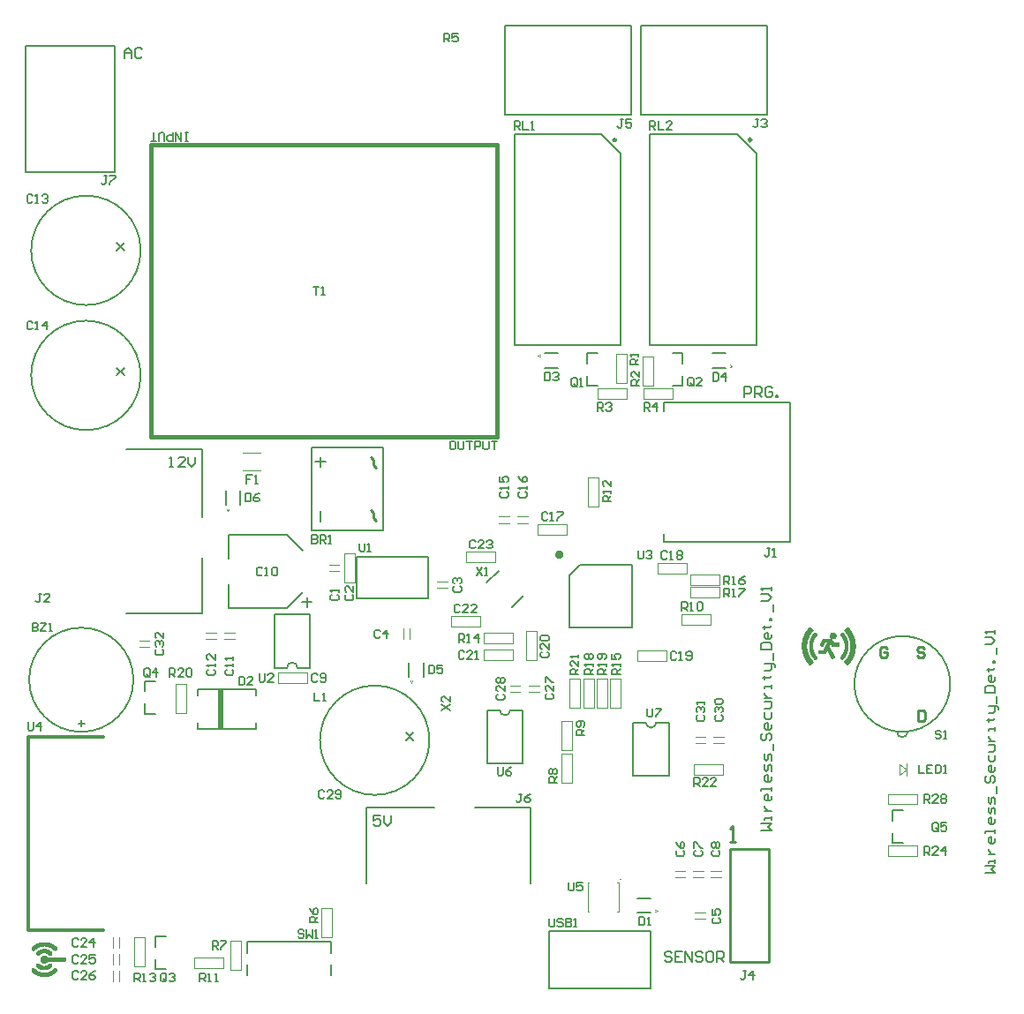
<source format=gto>
G04*
G04 #@! TF.GenerationSoftware,Altium Limited,Altium Designer,22.2.1 (43)*
G04*
G04 Layer_Color=65535*
%FSLAX25Y25*%
%MOIN*%
G70*
G04*
G04 #@! TF.SameCoordinates,4EB9BB6F-69CC-4AE6-9B36-E95FEA1B1F0F*
G04*
G04*
G04 #@! TF.FilePolarity,Positive*
G04*
G01*
G75*
%ADD10C,0.00787*%
%ADD11C,0.01181*%
%ADD12C,0.01673*%
%ADD13C,0.00394*%
%ADD14C,0.00984*%
%ADD15C,0.00027*%
%ADD16C,0.00047*%
%ADD17C,0.01575*%
%ADD18C,0.01000*%
%ADD19C,0.00591*%
%ADD20R,0.02362X0.14961*%
D10*
X330670Y97638D02*
G03*
X334685Y97638I2008J0D01*
G01*
X350787Y115748D02*
G03*
X350787Y115748I-18110J0D01*
G01*
X235827Y101201D02*
G03*
X239764Y101201I1969J0D01*
G01*
X226279Y41929D02*
G03*
X226279Y41929I-197J0D01*
G01*
X180709Y105905D02*
G03*
X184646Y105905I1969J0D01*
G01*
X154134Y94488D02*
G03*
X154134Y94488I-20669J0D01*
G01*
X104291Y121870D02*
G03*
X100354Y121870I-1969J0D01*
G01*
X42342Y117323D02*
G03*
X42342Y117323I-19685J0D01*
G01*
X45079Y232283D02*
G03*
X45079Y232283I-20669J0D01*
G01*
Y279527D02*
G03*
X45079Y279527I-20669J0D01*
G01*
X329134Y64173D02*
Y67967D01*
X333071D01*
X329134Y55655D02*
Y59449D01*
Y55655D02*
X333071D01*
X197500Y235093D02*
X202618D01*
X197500Y240605D02*
X202618D01*
X213642Y228292D02*
X217579D01*
X213642D02*
Y232087D01*
Y240605D02*
X217579D01*
X213642Y236811D02*
Y240605D01*
X245846D02*
X249783D01*
Y236811D02*
Y240605D01*
X245846Y228292D02*
X249783D01*
Y232087D01*
X260983Y240605D02*
X266102D01*
X260983Y235093D02*
X266102D01*
X242520Y169291D02*
Y172441D01*
Y169291D02*
X290158D01*
Y222047D01*
X242520D02*
X290158D01*
X242520Y218898D02*
Y222047D01*
X244488Y81122D02*
Y101201D01*
X231102Y81122D02*
X244488D01*
X231102D02*
Y101201D01*
X239764D02*
X244488D01*
X231102D02*
X235827D01*
X232677Y29331D02*
X237795D01*
X232677Y34843D02*
X237795D01*
X237698Y591D02*
Y22244D01*
X199310D02*
X237698D01*
X199310Y591D02*
X237698D01*
X199310D02*
Y22244D01*
X189370Y85827D02*
Y105905D01*
X175984Y85827D02*
X189370D01*
X175984D02*
Y105905D01*
X184646D02*
X189370D01*
X175984D02*
X180709D01*
X82677Y183465D02*
Y188583D01*
X77165Y183465D02*
Y188583D01*
X126732Y148008D02*
Y163756D01*
Y148008D02*
X153504D01*
Y163756D01*
X126732D02*
X153504D01*
X151969Y118504D02*
Y123622D01*
X146457Y118504D02*
Y123622D01*
X145157Y94488D02*
X147941Y97272D01*
X145157Y97272D02*
X147941Y94488D01*
X130345Y40249D02*
Y68989D01*
X155936D01*
X192156Y40249D02*
Y68989D01*
X171290D02*
X192156D01*
X85315Y14173D02*
Y18504D01*
X116811D01*
Y14173D02*
Y18504D01*
Y5906D02*
Y9843D01*
X85315Y5906D02*
Y9843D01*
X50669Y16496D02*
Y20290D01*
X54606D01*
X50669Y7977D02*
Y11772D01*
Y7977D02*
X54606D01*
X95630Y121870D02*
Y141949D01*
X109016D01*
Y121870D02*
Y141949D01*
X95630Y121870D02*
X100354D01*
X104291D02*
X109016D01*
X88642Y98795D02*
Y101157D01*
X66594Y98795D02*
X88642D01*
X66594D02*
Y101157D01*
X88642Y111394D02*
Y113756D01*
X66594D02*
X88642D01*
X66594Y111394D02*
Y113756D01*
X46673Y112992D02*
Y116786D01*
X50610D01*
X46673Y104473D02*
Y108268D01*
Y104473D02*
X50610D01*
X21476Y100787D02*
X23839D01*
X22658Y99606D02*
Y101969D01*
X39665Y204331D02*
X68405D01*
Y178740D02*
Y204331D01*
X39665Y142520D02*
X68405D01*
Y163386D01*
X36102Y232283D02*
X38886Y235067D01*
X36102Y235067D02*
X38886Y232283D01*
X36102Y279527D02*
X38886Y282311D01*
X36102Y282311D02*
X38886Y279527D01*
X1575Y356693D02*
X35433D01*
X1575Y309055D02*
Y356693D01*
Y309055D02*
X35433D01*
Y356693D01*
X277559Y243701D02*
Y316142D01*
X270156Y323545D02*
X277559Y316142D01*
X267499Y323545D02*
X270156D01*
X237418D02*
X247421D01*
X237402Y323528D02*
X237418Y323545D01*
X237402Y243701D02*
Y323528D01*
X247421Y323545D02*
X267499D01*
X237402Y243701D02*
X277559D01*
X226378D02*
Y316142D01*
X218975Y323545D02*
X226378Y316142D01*
X216318Y323545D02*
X218975D01*
X186237D02*
X196240D01*
X186221Y323528D02*
X186237Y323545D01*
X186221Y243701D02*
Y323528D01*
X196240Y323545D02*
X216318D01*
X186221Y243701D02*
X226378D01*
X230315Y330709D02*
Y364567D01*
X182677D02*
X230315D01*
X182677Y330709D02*
Y364567D01*
Y330709D02*
X230315D01*
X281496D02*
Y364567D01*
X233858D02*
X281496D01*
X233858Y330709D02*
Y364567D01*
Y330709D02*
X281496D01*
X185183Y144615D02*
X189637Y149069D01*
X175717Y154080D02*
X180172Y158535D01*
X110984Y199583D02*
X114921D01*
X112953Y197614D02*
Y201551D01*
Y177142D02*
Y181079D01*
X109803Y173598D02*
X136575D01*
Y205095D01*
X109803D02*
X136575D01*
X109803Y173598D02*
Y205095D01*
X211024Y160630D02*
X230709D01*
X207087Y156693D02*
X211024Y160630D01*
X207087Y137008D02*
Y156693D01*
Y137008D02*
X230709D01*
Y160630D01*
X100276Y172186D02*
X106302Y166160D01*
X78302Y172186D02*
X100276D01*
X78302Y162969D02*
Y172186D01*
X100276Y144302D02*
X106302Y150328D01*
X78302Y144302D02*
X100276D01*
X78302D02*
Y153520D01*
X107835Y144858D02*
Y148401D01*
X106063Y146630D02*
X109606D01*
X62992Y320866D02*
X61942D01*
X62467D01*
Y324015D01*
X62992D01*
X61942D01*
X60368D02*
Y320866D01*
X58269Y324015D01*
Y320866D01*
X57219Y324015D02*
Y320866D01*
X55645D01*
X55120Y321391D01*
Y322441D01*
X55645Y322966D01*
X57219D01*
X54071Y320866D02*
Y323490D01*
X53546Y324015D01*
X52496D01*
X51972Y323490D01*
Y320866D01*
X50922D02*
X48823D01*
X49872D01*
Y324015D01*
X279398Y60433D02*
X283334D01*
X282022Y61745D01*
X283334Y63057D01*
X279398D01*
X283334Y64369D02*
Y65681D01*
Y65025D01*
X280710D01*
Y64369D01*
Y67649D02*
X283334D01*
X282022D01*
X281366Y68305D01*
X280710Y68960D01*
Y69617D01*
X283334Y73552D02*
Y72240D01*
X282678Y71584D01*
X281366D01*
X280710Y72240D01*
Y73552D01*
X281366Y74208D01*
X282022D01*
Y71584D01*
X283334Y75520D02*
Y76832D01*
Y76176D01*
X279398D01*
Y75520D01*
X283334Y80768D02*
Y79456D01*
X282678Y78800D01*
X281366D01*
X280710Y79456D01*
Y80768D01*
X281366Y81424D01*
X282022D01*
Y78800D01*
X283334Y82736D02*
Y84703D01*
X282678Y85359D01*
X282022Y84703D01*
Y83391D01*
X281366Y82736D01*
X280710Y83391D01*
Y85359D01*
X283334Y86671D02*
Y88639D01*
X282678Y89295D01*
X282022Y88639D01*
Y87327D01*
X281366Y86671D01*
X280710Y87327D01*
Y89295D01*
X283990Y90607D02*
Y93231D01*
X280054Y97167D02*
X279398Y96511D01*
Y95199D01*
X280054Y94543D01*
X280710D01*
X281366Y95199D01*
Y96511D01*
X282022Y97167D01*
X282678D01*
X283334Y96511D01*
Y95199D01*
X282678Y94543D01*
X283334Y100446D02*
Y99134D01*
X282678Y98479D01*
X281366D01*
X280710Y99134D01*
Y100446D01*
X281366Y101102D01*
X282022D01*
Y98479D01*
X280710Y105038D02*
Y103070D01*
X281366Y102414D01*
X282678D01*
X283334Y103070D01*
Y105038D01*
X280710Y106350D02*
X282678D01*
X283334Y107006D01*
Y108974D01*
X280710D01*
Y110286D02*
X283334D01*
X282022D01*
X281366Y110942D01*
X280710Y111598D01*
Y112254D01*
X283334Y114222D02*
Y115533D01*
Y114877D01*
X280710D01*
Y114222D01*
X280054Y118157D02*
X280710D01*
Y117501D01*
Y118813D01*
Y118157D01*
X282678D01*
X283334Y118813D01*
X280710Y120781D02*
X282678D01*
X283334Y121437D01*
Y123405D01*
X283990D01*
X284646Y122749D01*
Y122093D01*
X283334Y123405D02*
X280710D01*
X283990Y124717D02*
Y127341D01*
X279398Y128653D02*
X283334D01*
Y130620D01*
X282678Y131276D01*
X280054D01*
X279398Y130620D01*
Y128653D01*
X283334Y134556D02*
Y133244D01*
X282678Y132588D01*
X281366D01*
X280710Y133244D01*
Y134556D01*
X281366Y135212D01*
X282022D01*
Y132588D01*
X280054Y137180D02*
X280710D01*
Y136524D01*
Y137836D01*
Y137180D01*
X282678D01*
X283334Y137836D01*
Y139804D02*
X282678D01*
Y140460D01*
X283334D01*
Y139804D01*
X283990Y143084D02*
Y145707D01*
X279398Y147019D02*
X282022D01*
X283334Y148331D01*
X282022Y149643D01*
X279398D01*
X283334Y150955D02*
Y152267D01*
Y151611D01*
X279398D01*
X280054Y150955D01*
X363847Y44291D02*
X367783D01*
X366471Y45603D01*
X367783Y46915D01*
X363847D01*
X367783Y48227D02*
Y49539D01*
Y48883D01*
X365159D01*
Y48227D01*
Y51507D02*
X367783D01*
X366471D01*
X365815Y52163D01*
X365159Y52819D01*
Y53475D01*
X367783Y57411D02*
Y56099D01*
X367127Y55443D01*
X365815D01*
X365159Y56099D01*
Y57411D01*
X365815Y58066D01*
X366471D01*
Y55443D01*
X367783Y59378D02*
Y60690D01*
Y60034D01*
X363847D01*
Y59378D01*
X367783Y64626D02*
Y63314D01*
X367127Y62658D01*
X365815D01*
X365159Y63314D01*
Y64626D01*
X365815Y65282D01*
X366471D01*
Y62658D01*
X367783Y66594D02*
Y68562D01*
X367127Y69218D01*
X366471Y68562D01*
Y67250D01*
X365815Y66594D01*
X365159Y67250D01*
Y69218D01*
X367783Y70530D02*
Y72497D01*
X367127Y73153D01*
X366471Y72497D01*
Y71186D01*
X365815Y70530D01*
X365159Y71186D01*
Y73153D01*
X368439Y74465D02*
Y77089D01*
X364503Y81025D02*
X363847Y80369D01*
Y79057D01*
X364503Y78401D01*
X365159D01*
X365815Y79057D01*
Y80369D01*
X366471Y81025D01*
X367127D01*
X367783Y80369D01*
Y79057D01*
X367127Y78401D01*
X367783Y84305D02*
Y82993D01*
X367127Y82337D01*
X365815D01*
X365159Y82993D01*
Y84305D01*
X365815Y84961D01*
X366471D01*
Y82337D01*
X365159Y88896D02*
Y86928D01*
X365815Y86273D01*
X367127D01*
X367783Y86928D01*
Y88896D01*
X365159Y90208D02*
X367127D01*
X367783Y90864D01*
Y92832D01*
X365159D01*
Y94144D02*
X367783D01*
X366471D01*
X365815Y94800D01*
X365159Y95456D01*
Y96112D01*
X367783Y98080D02*
Y99392D01*
Y98736D01*
X365159D01*
Y98080D01*
X364503Y102015D02*
X365159D01*
Y101360D01*
Y102672D01*
Y102015D01*
X367127D01*
X367783Y102672D01*
X365159Y104639D02*
X367127D01*
X367783Y105295D01*
Y107263D01*
X368439D01*
X369094Y106607D01*
Y105951D01*
X367783Y107263D02*
X365159D01*
X368439Y108575D02*
Y111199D01*
X363847Y112511D02*
X367783D01*
Y114479D01*
X367127Y115135D01*
X364503D01*
X363847Y114479D01*
Y112511D01*
X367783Y118414D02*
Y117103D01*
X367127Y116447D01*
X365815D01*
X365159Y117103D01*
Y118414D01*
X365815Y119070D01*
X366471D01*
Y116447D01*
X364503Y121038D02*
X365159D01*
Y120382D01*
Y121694D01*
Y121038D01*
X367127D01*
X367783Y121694D01*
Y123662D02*
X367127D01*
Y124318D01*
X367783D01*
Y123662D01*
X368439Y126942D02*
Y129566D01*
X363847Y130878D02*
X366471D01*
X367783Y132190D01*
X366471Y133501D01*
X363847D01*
X367783Y134813D02*
Y136125D01*
Y135469D01*
X363847D01*
X364503Y134813D01*
X245537Y14107D02*
X244881Y14762D01*
X243569D01*
X242913Y14107D01*
Y13451D01*
X243569Y12795D01*
X244881D01*
X245537Y12139D01*
Y11483D01*
X244881Y10827D01*
X243569D01*
X242913Y11483D01*
X249473Y14762D02*
X246849D01*
Y10827D01*
X249473D01*
X246849Y12795D02*
X248161D01*
X250785Y10827D02*
Y14762D01*
X253409Y10827D01*
Y14762D01*
X257344Y14107D02*
X256688Y14762D01*
X255377D01*
X254721Y14107D01*
Y13451D01*
X255377Y12795D01*
X256688D01*
X257344Y12139D01*
Y11483D01*
X256688Y10827D01*
X255377D01*
X254721Y11483D01*
X260624Y14762D02*
X259312D01*
X258656Y14107D01*
Y11483D01*
X259312Y10827D01*
X260624D01*
X261280Y11483D01*
Y14107D01*
X260624Y14762D01*
X262592Y10827D02*
Y14762D01*
X264560D01*
X265216Y14107D01*
Y12795D01*
X264560Y12139D01*
X262592D01*
X263904D02*
X265216Y10827D01*
X273031Y224213D02*
Y228148D01*
X274999D01*
X275655Y227492D01*
Y226181D01*
X274999Y225524D01*
X273031D01*
X276967Y224213D02*
Y228148D01*
X278935D01*
X279591Y227492D01*
Y226181D01*
X278935Y225524D01*
X276967D01*
X278279D02*
X279591Y224213D01*
X283527Y227492D02*
X282871Y228148D01*
X281559D01*
X280903Y227492D01*
Y224869D01*
X281559Y224213D01*
X282871D01*
X283527Y224869D01*
Y226181D01*
X282215D01*
X284839Y224213D02*
Y224869D01*
X285495D01*
Y224213D01*
X284839D01*
X38976Y352165D02*
Y354789D01*
X40288Y356101D01*
X41600Y354789D01*
Y352165D01*
Y354133D01*
X38976D01*
X45536Y355445D02*
X44880Y356101D01*
X43568D01*
X42912Y355445D01*
Y352821D01*
X43568Y352165D01*
X44880D01*
X45536Y352821D01*
X135695Y66141D02*
X133071D01*
Y64173D01*
X134383Y64828D01*
X135039D01*
X135695Y64173D01*
Y62861D01*
X135039Y62205D01*
X133727D01*
X133071Y62861D01*
X137007Y66141D02*
Y63517D01*
X138319Y62205D01*
X139630Y63517D01*
Y66141D01*
X55905Y197638D02*
X57217D01*
X56561D01*
Y201573D01*
X55905Y200918D01*
X61809Y197638D02*
X59185D01*
X61809Y200262D01*
Y200918D01*
X61153Y201573D01*
X59841D01*
X59185Y200918D01*
X63121Y201573D02*
Y198950D01*
X64433Y197638D01*
X65745Y198950D01*
Y201573D01*
X163385Y207479D02*
X162336D01*
X161811Y206955D01*
Y204855D01*
X162336Y204331D01*
X163385D01*
X163910Y204855D01*
Y206955D01*
X163385Y207479D01*
X164960D02*
Y204855D01*
X165484Y204331D01*
X166534D01*
X167059Y204855D01*
Y207479D01*
X168108D02*
X170207D01*
X169158D01*
Y204331D01*
X171257D02*
Y207479D01*
X172831D01*
X173356Y206955D01*
Y205905D01*
X172831Y205380D01*
X171257D01*
X174405Y207479D02*
Y204855D01*
X174930Y204331D01*
X175980D01*
X176504Y204855D01*
Y207479D01*
X177554D02*
X179653D01*
X178603D01*
Y204331D01*
D11*
X275590Y321260D02*
G03*
X275590Y321260I-394J0D01*
G01*
X224410D02*
G03*
X224410Y321260I-394J0D01*
G01*
X2559Y22836D02*
Y95645D01*
X31123D01*
X2559Y22836D02*
X31123D01*
D12*
X203937Y164567D02*
G03*
X203937Y164567I-787J0D01*
G01*
D13*
X327165Y50787D02*
Y54724D01*
Y50787D02*
X338189D01*
Y54724D01*
X327165D02*
X338189D01*
X327165Y70276D02*
Y74213D01*
Y70276D02*
X338189D01*
Y74213D01*
X327165D02*
X338189D01*
X334252Y81102D02*
Y85827D01*
X331496Y81496D02*
X334252Y83465D01*
X331496Y81496D02*
Y85433D01*
X334252Y83465D01*
X195138Y239818D02*
X195925Y239424D01*
X195138Y239818D02*
X195925Y240212D01*
X228740Y229527D02*
Y240551D01*
X224803Y229527D02*
X228740D01*
X224803D02*
Y240551D01*
X228740D01*
X234646Y228347D02*
Y239370D01*
X238583D01*
Y228347D02*
Y239370D01*
X234646Y228347D02*
X238583D01*
X217579Y223425D02*
X228602D01*
X217579D02*
Y227362D01*
X228602D01*
Y223425D02*
Y227362D01*
X246023Y223425D02*
Y227362D01*
X235000D02*
X246023D01*
X235000Y223425D02*
Y227362D01*
Y223425D02*
X246023D01*
X267676Y236275D02*
X268464Y235881D01*
X267676Y235487D02*
X268464Y235881D01*
X261221Y95866D02*
X265158D01*
X261221Y93504D02*
X265158D01*
X254528Y95866D02*
X258465D01*
X254528Y93504D02*
X258465D01*
X253937Y81496D02*
X264961D01*
X253937D02*
Y85433D01*
X264961D01*
Y81496D02*
Y85433D01*
X260237Y42717D02*
X264174D01*
X260237Y45079D02*
X264174D01*
X253544Y42717D02*
X257481D01*
X253544Y45079D02*
X257481D01*
X246851Y42717D02*
X250788D01*
X246851Y45079D02*
X250788D01*
X254331Y27165D02*
X258268D01*
X254331Y29528D02*
X258268D01*
X239370Y29724D02*
X240158Y30118D01*
X239370Y30512D02*
X240158Y30118D01*
X213878Y40846D02*
X214469D01*
X213878Y29626D02*
Y40846D01*
Y29626D02*
X214469D01*
X225098D02*
X225689D01*
Y40846D01*
X225098D02*
X225689D01*
X191732Y112794D02*
X195669D01*
X191732Y115157D02*
X195669D01*
X184479Y112794D02*
X188416D01*
X184479Y115157D02*
X188416D01*
X208071Y78346D02*
Y89370D01*
X204134Y78346D02*
X208071D01*
X204134D02*
Y89370D01*
X208071D01*
X204134Y90807D02*
Y101831D01*
X208071D01*
Y90807D02*
Y101831D01*
X204134Y90807D02*
X208071D01*
X226378Y106693D02*
Y117716D01*
X222441Y106693D02*
X226378D01*
X222441D02*
Y117716D01*
X226378D01*
X221260Y106693D02*
Y117716D01*
X217323Y106693D02*
X221260D01*
X217323D02*
Y117716D01*
X221260D01*
X216142Y106693D02*
Y117716D01*
X212205Y106693D02*
X216142D01*
X212205D02*
Y117716D01*
X216142D01*
X211024Y106693D02*
Y117717D01*
X207087Y106693D02*
X211024D01*
X207087D02*
Y117717D01*
X211024D01*
X232481Y124409D02*
X243504D01*
X232481D02*
Y128347D01*
X243504D01*
Y124409D02*
Y128347D01*
X249213Y142126D02*
X260237D01*
Y138189D02*
Y142126D01*
X249213Y138189D02*
X260237D01*
X249213D02*
Y142126D01*
X252562Y152424D02*
X263586D01*
Y148487D02*
Y152424D01*
X252562Y148487D02*
X263586D01*
X252562D02*
Y152424D01*
Y153087D02*
Y157024D01*
Y153087D02*
X263586D01*
Y157024D01*
X252562D02*
X263586D01*
X240158Y157480D02*
X251181D01*
X240158D02*
Y161417D01*
X251181D01*
Y157480D02*
Y161417D01*
X190551Y124606D02*
X194488D01*
Y135629D01*
X190551D02*
X194488D01*
X190551Y124606D02*
Y135629D01*
X174606Y128740D02*
X185630D01*
Y124803D02*
Y128740D01*
X174606Y124803D02*
X185630D01*
X174606D02*
Y128740D01*
X174607Y131102D02*
Y135039D01*
Y131102D02*
X185630D01*
Y135039D01*
X174607D02*
X185630D01*
X83646Y202931D02*
X90370D01*
X83646Y196274D02*
X90370D01*
X77953Y181102D02*
X78347Y181890D01*
X77559D02*
X77953Y181102D01*
X116142Y160606D02*
X120079D01*
X116142Y158244D02*
X120079D01*
X125984Y153913D02*
Y164937D01*
X122047Y153913D02*
X125984D01*
X122047D02*
Y164937D01*
X125984D01*
X144252Y132677D02*
Y136614D01*
X146614Y132677D02*
Y136614D01*
X147244Y116142D02*
X147638Y116929D01*
X146850D02*
X147244Y116142D01*
X117205Y20079D02*
Y31102D01*
X113268Y20079D02*
X117205D01*
X113268D02*
Y31102D01*
X117205D01*
X83071Y7874D02*
Y18898D01*
X79134Y7874D02*
X83071D01*
X79134D02*
Y18898D01*
X83071D01*
X76378Y8425D02*
Y12362D01*
X65355D02*
X76378D01*
X65355Y8425D02*
Y12362D01*
Y8425D02*
X76378D01*
X42559Y9212D02*
X46496D01*
Y20236D01*
X42559D02*
X46496D01*
X42559Y9212D02*
Y20236D01*
X34646Y3543D02*
Y7480D01*
X37008Y3543D02*
Y7480D01*
X34646Y9843D02*
Y13780D01*
X37008Y9843D02*
Y13780D01*
X34646Y16142D02*
Y20079D01*
X37008Y16142D02*
Y20079D01*
X96811Y116118D02*
X107835D01*
X96811D02*
Y120055D01*
X107835D01*
Y116118D02*
Y120055D01*
X62205Y104725D02*
Y115748D01*
X58268Y104725D02*
X62205D01*
X58268D02*
Y115748D01*
X62205D01*
X76732Y132677D02*
X80669D01*
X76732Y135039D02*
X80669D01*
X69685Y132677D02*
X73622D01*
X69685Y135039D02*
X73622D01*
X44528Y132087D02*
X48465D01*
X44528Y129724D02*
X48465D01*
X162205Y137402D02*
Y141339D01*
Y137402D02*
X173228D01*
Y141339D01*
X162205D02*
X173228D01*
X157087Y151969D02*
X161024D01*
X157087Y154331D02*
X161024D01*
X168110Y161811D02*
Y165748D01*
Y161811D02*
X179133D01*
Y165748D01*
X168110D02*
X179133D01*
X180315Y178937D02*
X184252D01*
X180315Y176575D02*
X184252D01*
X187402Y178937D02*
X191339D01*
X187402Y176575D02*
X191339D01*
X194882Y172047D02*
Y175984D01*
Y172047D02*
X205906D01*
Y175984D01*
X194882D02*
X205906D01*
X217913Y182874D02*
Y193898D01*
X213976Y182874D02*
X217913D01*
X213976D02*
Y193898D01*
X217913D01*
D14*
X267717Y53347D02*
X282284D01*
X267717Y10827D02*
Y53347D01*
Y10827D02*
X282284D01*
Y53347D01*
D15*
X3831Y7559D02*
Y7806D01*
Y15751D02*
Y15998D01*
X3859Y7450D02*
Y7916D01*
Y15642D02*
Y16107D01*
X3886Y7395D02*
Y7970D01*
Y15587D02*
Y16162D01*
X3914Y7340D02*
Y8025D01*
Y15532D02*
Y16217D01*
X3941Y7313D02*
Y8053D01*
Y15505D02*
Y16244D01*
X3968Y7286D02*
Y8107D01*
Y15450D02*
Y16272D01*
X3996Y7231D02*
Y8135D01*
Y15422D02*
Y16326D01*
X4023Y7203D02*
Y8162D01*
Y15395D02*
Y16354D01*
X4051Y7176D02*
Y8190D01*
Y15368D02*
Y16381D01*
X4078Y7148D02*
Y8190D01*
Y15368D02*
Y16409D01*
X4105Y7121D02*
Y8217D01*
Y15340D02*
Y16436D01*
X4133Y7094D02*
Y8244D01*
Y15313D02*
Y16463D01*
X4160Y7094D02*
Y8244D01*
Y15313D02*
Y16463D01*
X4188Y7066D02*
Y8272D01*
Y15285D02*
Y16491D01*
X4215Y7039D02*
Y8272D01*
Y15285D02*
Y16518D01*
X4242Y7012D02*
Y8299D01*
Y15258D02*
Y16546D01*
X4270Y6984D02*
Y8299D01*
Y15258D02*
Y16573D01*
X4297Y6957D02*
Y8299D01*
Y15258D02*
Y16600D01*
X4325Y6929D02*
Y8299D01*
Y15258D02*
Y16628D01*
X4352Y6902D02*
Y8326D01*
Y15231D02*
Y16655D01*
X4379Y6875D02*
Y8326D01*
Y15231D02*
Y16683D01*
X4407Y6875D02*
Y8326D01*
Y15231D02*
Y16683D01*
X4434Y6847D02*
Y8326D01*
Y15231D02*
Y16710D01*
X4462Y6820D02*
Y8326D01*
Y15231D02*
Y16737D01*
X4489Y6792D02*
Y8326D01*
Y15231D02*
Y16765D01*
X4516Y6765D02*
Y8326D01*
Y15231D02*
Y16792D01*
X4544Y6737D02*
Y8326D01*
Y15231D02*
Y16820D01*
X4571Y6737D02*
Y8326D01*
Y15231D02*
Y16820D01*
X4599Y6710D02*
Y8299D01*
Y15258D02*
Y16847D01*
X4626Y6683D02*
Y8299D01*
Y15258D02*
Y16874D01*
X4653Y6655D02*
Y8299D01*
Y15258D02*
Y16902D01*
X4681Y6655D02*
Y8299D01*
Y15258D02*
Y16902D01*
X4708Y6628D02*
Y8272D01*
Y15285D02*
Y16929D01*
X4735Y6600D02*
Y8272D01*
Y15285D02*
Y16957D01*
X4763Y6573D02*
Y8244D01*
Y15313D02*
Y16984D01*
X4790Y6573D02*
Y8244D01*
Y15313D02*
Y16984D01*
X4818Y6546D02*
Y8217D01*
Y15340D02*
Y17011D01*
X4845Y6518D02*
Y8190D01*
Y15368D02*
Y17039D01*
X4873Y6518D02*
Y8190D01*
Y15368D02*
Y17039D01*
X4900Y6491D02*
Y8162D01*
Y15395D02*
Y17066D01*
X4927Y6464D02*
Y8135D01*
Y15422D02*
Y17094D01*
X4955Y6436D02*
Y8107D01*
Y15450D02*
Y17121D01*
X4982Y6436D02*
Y8080D01*
Y15477D02*
Y17121D01*
X5009Y6409D02*
Y8053D01*
Y15505D02*
Y17148D01*
X5037Y6381D02*
Y8025D01*
Y15532D02*
Y17176D01*
X5064Y6381D02*
Y7998D01*
Y15559D02*
Y17176D01*
X5092Y6354D02*
Y7970D01*
Y15587D02*
Y17203D01*
X5119Y6354D02*
Y7943D01*
Y15614D02*
Y17203D01*
X5147Y6327D02*
Y7916D01*
Y15642D02*
Y17231D01*
X5174Y6299D02*
Y7888D01*
Y15669D02*
Y17258D01*
X5201Y6299D02*
Y7888D01*
Y15669D02*
Y17258D01*
X5229Y6272D02*
Y7861D01*
Y15696D02*
Y17285D01*
X5256Y6244D02*
Y7833D01*
Y15724D02*
Y17313D01*
X5283Y6244D02*
Y7806D01*
Y15751D02*
Y17313D01*
X5311Y6217D02*
Y7779D01*
Y15778D02*
Y17340D01*
X5338Y6217D02*
Y7751D01*
Y15806D02*
Y17340D01*
X5366Y6190D02*
Y7751D01*
Y15806D02*
Y17368D01*
X5393Y6190D02*
Y7724D01*
Y15833D02*
Y17368D01*
X5421Y6162D02*
Y7696D01*
Y15861D02*
Y17395D01*
X5448Y6135D02*
Y7669D01*
Y15888D02*
Y17422D01*
X5475Y6135D02*
Y7669D01*
Y15888D02*
Y17422D01*
X5503Y6107D02*
Y7642D01*
Y15915D02*
Y17450D01*
X5530Y6107D02*
Y7614D01*
Y15943D02*
Y17450D01*
X5557Y6080D02*
Y7587D01*
Y15970D02*
Y17477D01*
X5585Y6080D02*
Y7587D01*
Y15970D02*
Y17477D01*
X5612Y6053D02*
Y7559D01*
Y15998D02*
Y17504D01*
X5640Y6053D02*
Y7532D01*
Y9477D02*
Y9532D01*
Y14025D02*
Y14080D01*
Y16025D02*
Y17504D01*
X5667Y6025D02*
Y7532D01*
Y9313D02*
Y9696D01*
Y13861D02*
Y14244D01*
Y16025D02*
Y17532D01*
X5694Y6025D02*
Y7505D01*
Y9231D02*
Y9779D01*
Y13779D02*
Y14326D01*
Y16052D02*
Y17532D01*
X5722Y5998D02*
Y7477D01*
Y9176D02*
Y9833D01*
Y13724D02*
Y14381D01*
Y16080D02*
Y17559D01*
X5749Y5998D02*
Y7477D01*
Y9148D02*
Y9861D01*
Y13696D02*
Y14409D01*
Y16080D02*
Y17559D01*
X5777Y5970D02*
Y7450D01*
Y9094D02*
Y9916D01*
Y13642D02*
Y14463D01*
Y16107D02*
Y17587D01*
X5804Y5970D02*
Y7422D01*
Y9066D02*
Y9943D01*
Y13614D02*
Y14491D01*
Y16135D02*
Y17587D01*
X5831Y5943D02*
Y7422D01*
Y9039D02*
Y9970D01*
Y13587D02*
Y14518D01*
Y16135D02*
Y17614D01*
X5859Y5943D02*
Y7395D01*
Y9012D02*
Y9998D01*
Y13559D02*
Y14546D01*
Y16162D02*
Y17614D01*
X5886Y5916D02*
Y7368D01*
Y8984D02*
Y9998D01*
Y13559D02*
Y14573D01*
Y16189D02*
Y17641D01*
X5914Y5916D02*
Y7368D01*
Y8957D02*
Y10025D01*
Y13532D02*
Y14600D01*
Y16189D02*
Y17641D01*
X5941Y5916D02*
Y7340D01*
Y8929D02*
Y10052D01*
Y13505D02*
Y14628D01*
Y16217D02*
Y17669D01*
X5968Y5888D02*
Y7340D01*
Y8902D02*
Y10052D01*
Y13505D02*
Y14655D01*
Y16217D02*
Y17669D01*
X5996Y5888D02*
Y7313D01*
Y8902D02*
Y10080D01*
Y13477D02*
Y14655D01*
Y16244D02*
Y17669D01*
X6023Y5861D02*
Y7286D01*
Y8874D02*
Y10080D01*
Y13477D02*
Y14683D01*
Y16244D02*
Y17696D01*
X6051Y5861D02*
Y7286D01*
Y8847D02*
Y10107D01*
Y13450D02*
Y14710D01*
Y16272D02*
Y17696D01*
X6078Y5833D02*
Y7258D01*
Y8820D02*
Y10107D01*
Y13450D02*
Y14737D01*
Y16299D02*
Y17724D01*
X6105Y5833D02*
Y7258D01*
Y8792D02*
Y10135D01*
Y13422D02*
Y14765D01*
Y16299D02*
Y17724D01*
X6133Y5806D02*
Y7231D01*
Y8765D02*
Y10135D01*
Y13422D02*
Y14792D01*
Y16326D02*
Y17751D01*
X6160Y5806D02*
Y7231D01*
Y8765D02*
Y10135D01*
Y13422D02*
Y14792D01*
Y16326D02*
Y17751D01*
X6188Y5806D02*
Y7203D01*
Y8738D02*
Y10135D01*
Y13422D02*
Y14820D01*
Y16354D02*
Y17751D01*
X6215Y5779D02*
Y7203D01*
Y8710D02*
Y10135D01*
Y13422D02*
Y14847D01*
Y16354D02*
Y17778D01*
X6242Y5779D02*
Y7176D01*
Y8683D02*
Y10135D01*
Y13422D02*
Y14874D01*
Y16381D02*
Y17778D01*
X6270Y5779D02*
Y7176D01*
Y8655D02*
Y10135D01*
Y13422D02*
Y14902D01*
Y16381D02*
Y17778D01*
X6297Y5751D02*
Y7148D01*
Y8655D02*
Y10135D01*
Y13422D02*
Y14902D01*
Y16409D02*
Y17806D01*
X6325Y5751D02*
Y7148D01*
Y8628D02*
Y10135D01*
Y13422D02*
Y14929D01*
Y16409D02*
Y17806D01*
X6352Y5724D02*
Y7121D01*
Y8601D02*
Y10135D01*
Y13422D02*
Y14957D01*
Y16436D02*
Y17833D01*
X6379Y5724D02*
Y7121D01*
Y8601D02*
Y10135D01*
Y13422D02*
Y14957D01*
Y16436D02*
Y17833D01*
X6407Y5724D02*
Y7094D01*
Y8573D02*
Y10135D01*
Y13422D02*
Y14984D01*
Y16463D02*
Y17833D01*
X6434Y5696D02*
Y7094D01*
Y8546D02*
Y10135D01*
Y13422D02*
Y15011D01*
Y16463D02*
Y17861D01*
X6461Y5696D02*
Y7066D01*
Y8546D02*
Y10135D01*
Y13422D02*
Y15011D01*
Y16491D02*
Y17861D01*
X6489Y5696D02*
Y7066D01*
Y8518D02*
Y10107D01*
Y13450D02*
Y15039D01*
Y16491D02*
Y17861D01*
X6516Y5669D02*
Y7066D01*
Y8491D02*
Y10107D01*
Y13450D02*
Y15066D01*
Y16491D02*
Y17888D01*
X6544Y5669D02*
Y7039D01*
Y8491D02*
Y10080D01*
Y13477D02*
Y15066D01*
Y16518D02*
Y17888D01*
X6571Y5669D02*
Y7039D01*
Y8463D02*
Y10080D01*
Y13477D02*
Y15094D01*
Y16518D02*
Y17888D01*
X6599Y5642D02*
Y7012D01*
Y8463D02*
Y10052D01*
Y13505D02*
Y15094D01*
Y16546D02*
Y17916D01*
X6626Y5642D02*
Y7012D01*
Y8436D02*
Y10052D01*
Y13505D02*
Y15121D01*
Y16546D02*
Y17916D01*
X6653Y5642D02*
Y6984D01*
Y8409D02*
Y10025D01*
Y13532D02*
Y15148D01*
Y16573D02*
Y17916D01*
X6681Y5614D02*
Y6984D01*
Y8409D02*
Y9998D01*
Y13559D02*
Y15148D01*
Y16573D02*
Y17943D01*
X6708Y5614D02*
Y6984D01*
Y8381D02*
Y9998D01*
Y13559D02*
Y15176D01*
Y16573D02*
Y17943D01*
X6735Y5614D02*
Y6957D01*
Y8381D02*
Y9970D01*
Y13587D02*
Y15176D01*
Y16600D02*
Y17943D01*
X6763Y5614D02*
Y6957D01*
Y8354D02*
Y9943D01*
Y13614D02*
Y15203D01*
Y16600D02*
Y17943D01*
X6790Y5587D02*
Y6957D01*
Y8354D02*
Y9916D01*
Y13642D02*
Y15203D01*
Y16600D02*
Y17970D01*
X6818Y5587D02*
Y6929D01*
Y8326D02*
Y9888D01*
Y13669D02*
Y15231D01*
Y16628D02*
Y17970D01*
X6845Y5587D02*
Y6929D01*
Y8326D02*
Y9861D01*
Y13696D02*
Y15231D01*
Y16628D02*
Y17970D01*
X6872Y5559D02*
Y6929D01*
Y8299D02*
Y9833D01*
Y13724D02*
Y15258D01*
Y16628D02*
Y17998D01*
X6900Y5559D02*
Y6902D01*
Y8299D02*
Y9806D01*
Y13751D02*
Y15258D01*
Y16655D02*
Y17998D01*
X6927Y5559D02*
Y6902D01*
Y8272D02*
Y9779D01*
Y13779D02*
Y15285D01*
Y16655D02*
Y17998D01*
X6955Y5559D02*
Y6902D01*
Y8272D02*
Y9779D01*
Y13806D02*
Y15285D01*
Y16655D02*
Y17998D01*
X6982Y5532D02*
Y6875D01*
Y8244D02*
Y9751D01*
Y13806D02*
Y15313D01*
Y16683D02*
Y18025D01*
X7010Y5532D02*
Y6875D01*
Y8244D02*
Y9724D01*
Y13833D02*
Y15313D01*
Y16683D02*
Y18025D01*
X7037Y5532D02*
Y6875D01*
Y8217D02*
Y9696D01*
Y13861D02*
Y15313D01*
Y16683D02*
Y18025D01*
X7064Y5532D02*
Y6847D01*
Y8217D02*
Y9696D01*
Y13888D02*
Y15340D01*
Y16710D02*
Y18025D01*
X7092Y5505D02*
Y6847D01*
Y8217D02*
Y9669D01*
Y13888D02*
Y15340D01*
Y16710D02*
Y18052D01*
X7119Y5505D02*
Y6847D01*
Y8190D02*
Y9642D01*
Y13916D02*
Y15368D01*
Y16710D02*
Y18052D01*
X7147Y5505D02*
Y6820D01*
Y8190D02*
Y9614D01*
Y13943D02*
Y15368D01*
Y16737D02*
Y18052D01*
X7174Y5505D02*
Y6820D01*
Y8162D02*
Y9614D01*
Y13943D02*
Y15368D01*
Y16737D02*
Y18052D01*
X7201Y5505D02*
Y6820D01*
Y8162D02*
Y9587D01*
Y13970D02*
Y15395D01*
Y16737D02*
Y18052D01*
X7229Y5477D02*
Y6820D01*
Y8162D02*
Y9587D01*
Y13970D02*
Y15395D01*
Y16737D02*
Y18080D01*
X7256Y5477D02*
Y6792D01*
Y8135D02*
Y9559D01*
Y13998D02*
Y15422D01*
Y16765D02*
Y18080D01*
X7283Y5477D02*
Y6792D01*
Y8135D02*
Y9532D01*
Y11614D02*
Y11943D01*
Y14025D02*
Y15422D01*
Y16765D02*
Y18080D01*
X7311Y5477D02*
Y6792D01*
Y8135D02*
Y9532D01*
Y11450D02*
Y12107D01*
Y14025D02*
Y15422D01*
Y16765D02*
Y18080D01*
X7338Y5477D02*
Y6792D01*
Y8107D02*
Y9505D01*
Y11368D02*
Y12190D01*
Y14052D02*
Y15450D01*
Y16765D02*
Y18107D01*
X7366Y5450D02*
Y6765D01*
Y8107D02*
Y9505D01*
Y11285D02*
Y12272D01*
Y14052D02*
Y15450D01*
Y16792D02*
Y18107D01*
X7393Y5450D02*
Y6765D01*
Y8107D02*
Y9477D01*
Y11231D02*
Y12326D01*
Y14080D02*
Y15450D01*
Y16792D02*
Y18107D01*
X7420Y5450D02*
Y6765D01*
Y8080D02*
Y9477D01*
Y11176D02*
Y12381D01*
Y14080D02*
Y15477D01*
Y16792D02*
Y18107D01*
X7448Y5450D02*
Y6765D01*
Y8080D02*
Y9450D01*
Y11121D02*
Y12436D01*
Y14107D02*
Y15477D01*
Y16792D02*
Y18107D01*
X7475Y5450D02*
Y6737D01*
Y8080D02*
Y9450D01*
Y11094D02*
Y12464D01*
Y14107D02*
Y15477D01*
Y16820D02*
Y18107D01*
X7503Y5423D02*
Y6737D01*
Y8053D02*
Y9422D01*
Y11039D02*
Y12518D01*
Y14135D02*
Y15477D01*
Y16820D02*
Y18135D01*
X7530Y5423D02*
Y6737D01*
Y8053D02*
Y9422D01*
Y11011D02*
Y12546D01*
Y14135D02*
Y15505D01*
Y16820D02*
Y18135D01*
X7557Y5423D02*
Y6737D01*
Y8053D02*
Y9422D01*
Y10957D02*
Y12600D01*
Y14162D02*
Y15505D01*
Y16820D02*
Y18135D01*
X7585Y5423D02*
Y6737D01*
Y8053D02*
Y9395D01*
Y10929D02*
Y12628D01*
Y14162D02*
Y15505D01*
Y16820D02*
Y18135D01*
X7612Y5423D02*
Y6710D01*
Y8025D02*
Y9395D01*
Y10902D02*
Y12655D01*
Y14162D02*
Y15532D01*
Y16847D02*
Y18135D01*
X7640Y5423D02*
Y6710D01*
Y8025D02*
Y9368D01*
Y10875D02*
Y12683D01*
Y14189D02*
Y15532D01*
Y16847D02*
Y18135D01*
X7667Y5423D02*
Y6710D01*
Y8025D02*
Y9368D01*
Y10847D02*
Y12710D01*
Y14189D02*
Y15532D01*
Y16847D02*
Y18162D01*
X7694Y5395D02*
Y6710D01*
Y8025D02*
Y9368D01*
Y10820D02*
Y12737D01*
Y14189D02*
Y15532D01*
Y16847D02*
Y18162D01*
X7722Y5395D02*
Y6710D01*
Y7998D02*
Y9340D01*
Y10792D02*
Y12765D01*
Y14217D02*
Y15532D01*
Y16847D02*
Y18162D01*
X7749Y5395D02*
Y6710D01*
Y7998D02*
Y9340D01*
Y10792D02*
Y12765D01*
Y14217D02*
Y15559D01*
Y16847D02*
Y18162D01*
X7777Y5395D02*
Y6683D01*
Y7998D02*
Y9340D01*
Y10765D02*
Y12792D01*
Y14217D02*
Y15559D01*
Y16874D02*
Y18162D01*
X7804Y5395D02*
Y6683D01*
Y7998D02*
Y9313D01*
Y10738D02*
Y12820D01*
Y14244D02*
Y15559D01*
Y16874D02*
Y18162D01*
X7831Y5395D02*
Y6683D01*
Y7998D02*
Y9313D01*
Y10710D02*
Y12847D01*
Y14244D02*
Y15559D01*
Y16874D02*
Y18162D01*
X7859Y5395D02*
Y6683D01*
Y7970D02*
Y9313D01*
Y10710D02*
Y12847D01*
Y14244D02*
Y15559D01*
Y16874D02*
Y18162D01*
X7886Y5395D02*
Y6683D01*
Y7970D02*
Y9285D01*
Y10683D02*
Y12874D01*
Y14272D02*
Y15587D01*
Y16874D02*
Y18162D01*
X7914Y5368D02*
Y6683D01*
Y7970D02*
Y9285D01*
Y10655D02*
Y12902D01*
Y14272D02*
Y15587D01*
Y16874D02*
Y18189D01*
X7941Y5368D02*
Y6683D01*
Y7970D02*
Y9285D01*
Y10655D02*
Y12902D01*
Y14272D02*
Y15587D01*
Y16874D02*
Y18189D01*
X7968Y5368D02*
Y6655D01*
Y7970D02*
Y9285D01*
Y10628D02*
Y12929D01*
Y14272D02*
Y15587D01*
Y16874D02*
Y18189D01*
X7996Y5368D02*
Y6655D01*
Y7970D02*
Y9258D01*
Y10628D02*
Y12929D01*
Y14299D02*
Y15587D01*
Y16902D02*
Y18189D01*
X8023Y5368D02*
Y6655D01*
Y7943D02*
Y9258D01*
Y10600D02*
Y12957D01*
Y14299D02*
Y15587D01*
Y16902D02*
Y18189D01*
X8051Y5368D02*
Y6655D01*
Y7943D02*
Y9258D01*
Y10600D02*
Y12957D01*
Y14299D02*
Y15614D01*
Y16902D02*
Y18189D01*
X8078Y5368D02*
Y6655D01*
Y7943D02*
Y9258D01*
Y10573D02*
Y12984D01*
Y14299D02*
Y15614D01*
Y16902D02*
Y18189D01*
X8105Y5368D02*
Y6655D01*
Y7943D02*
Y9258D01*
Y10573D02*
Y12984D01*
Y14299D02*
Y15614D01*
Y16902D02*
Y18189D01*
X8133Y5368D02*
Y6655D01*
Y7943D02*
Y9231D01*
Y10573D02*
Y12984D01*
Y14326D02*
Y15614D01*
Y16902D02*
Y18189D01*
X8160Y5368D02*
Y6655D01*
Y7943D02*
Y9231D01*
Y10546D02*
Y13011D01*
Y14326D02*
Y15614D01*
Y16902D02*
Y18189D01*
X8188Y5368D02*
Y6655D01*
Y7943D02*
Y9231D01*
Y10546D02*
Y13011D01*
Y14326D02*
Y15614D01*
Y16902D02*
Y18189D01*
X8215Y5368D02*
Y6655D01*
Y7943D02*
Y9231D01*
Y10546D02*
Y13011D01*
Y14326D02*
Y15614D01*
Y16902D02*
Y18189D01*
X8242Y5368D02*
Y6655D01*
Y7943D02*
Y9231D01*
Y10546D02*
Y13011D01*
Y14326D02*
Y15614D01*
Y16902D02*
Y18189D01*
X8270Y5368D02*
Y6655D01*
Y7943D02*
Y9231D01*
Y10518D02*
Y13039D01*
Y14326D02*
Y15614D01*
Y16902D02*
Y18217D01*
X8297Y5368D02*
Y6628D01*
Y7916D02*
Y9231D01*
Y10518D02*
Y13039D01*
Y14326D02*
Y15614D01*
Y16929D02*
Y18217D01*
X8325Y5340D02*
Y6628D01*
Y7916D02*
Y9231D01*
Y10518D02*
Y13039D01*
Y14326D02*
Y15642D01*
Y16929D02*
Y18217D01*
X8352Y5340D02*
Y6628D01*
Y7916D02*
Y9231D01*
Y10518D02*
Y13039D01*
Y14354D02*
Y15642D01*
Y16929D02*
Y18217D01*
X8379Y5340D02*
Y6628D01*
Y7916D02*
Y9203D01*
Y10518D02*
Y13039D01*
Y14354D02*
Y15642D01*
Y16929D02*
Y18217D01*
X8407Y5340D02*
Y6628D01*
Y7916D02*
Y9203D01*
Y10491D02*
Y13066D01*
Y14354D02*
Y15642D01*
Y16929D02*
Y18217D01*
X8434Y5340D02*
Y6628D01*
Y7916D02*
Y9203D01*
Y10491D02*
Y13066D01*
Y14354D02*
Y15642D01*
Y16929D02*
Y18217D01*
X8461Y5340D02*
Y6628D01*
Y7916D02*
Y9203D01*
Y10491D02*
Y13066D01*
Y14354D02*
Y15642D01*
Y16929D02*
Y18217D01*
X8489Y5340D02*
Y6628D01*
Y7916D02*
Y9203D01*
Y10491D02*
Y13066D01*
Y14354D02*
Y15642D01*
Y16929D02*
Y18217D01*
X8516Y5340D02*
Y6628D01*
Y7916D02*
Y9203D01*
Y10491D02*
Y13066D01*
Y14354D02*
Y15642D01*
Y16929D02*
Y18217D01*
X8544Y5340D02*
Y6628D01*
Y7916D02*
Y9203D01*
Y10491D02*
Y13066D01*
Y14354D02*
Y15642D01*
Y16929D02*
Y18217D01*
X8571Y5340D02*
Y6628D01*
Y7916D02*
Y9203D01*
Y10491D02*
Y13066D01*
Y14354D02*
Y15642D01*
Y16929D02*
Y18217D01*
X8598Y5340D02*
Y6628D01*
Y7916D02*
Y9203D01*
Y10491D02*
Y13066D01*
Y14354D02*
Y15642D01*
Y16929D02*
Y18217D01*
X8626Y5340D02*
Y6628D01*
Y7916D02*
Y9203D01*
Y10491D02*
Y13066D01*
Y14354D02*
Y15642D01*
Y16929D02*
Y18217D01*
X8653Y5340D02*
Y6628D01*
Y7916D02*
Y9203D01*
Y10491D02*
Y13066D01*
Y14354D02*
Y15642D01*
Y16929D02*
Y18217D01*
X8681Y5340D02*
Y6628D01*
Y7916D02*
Y9203D01*
Y10491D02*
Y13066D01*
Y14354D02*
Y15642D01*
Y16929D02*
Y18217D01*
X8708Y5340D02*
Y6628D01*
Y7916D02*
Y9203D01*
Y10491D02*
Y13066D01*
Y14354D02*
Y15642D01*
Y16929D02*
Y18217D01*
X8736Y5340D02*
Y6628D01*
Y7916D02*
Y9203D01*
Y10518D02*
Y13039D01*
Y14354D02*
Y15642D01*
Y16929D02*
Y18217D01*
X8763Y5340D02*
Y6628D01*
Y7916D02*
Y9231D01*
Y10518D02*
Y13039D01*
Y14354D02*
Y15642D01*
Y16929D02*
Y18217D01*
X8790Y5340D02*
Y6628D01*
Y7916D02*
Y9231D01*
Y10518D02*
Y13039D01*
Y14326D02*
Y15642D01*
Y16929D02*
Y18217D01*
X8818Y5368D02*
Y6628D01*
Y7916D02*
Y9231D01*
Y10518D02*
Y13039D01*
Y14326D02*
Y15614D01*
Y16929D02*
Y18217D01*
X8845Y5368D02*
Y6655D01*
Y7943D02*
Y9231D01*
Y10518D02*
Y13039D01*
Y14326D02*
Y15614D01*
Y16902D02*
Y18217D01*
X8873Y5368D02*
Y6655D01*
Y7943D02*
Y9231D01*
Y10546D02*
Y13011D01*
Y14326D02*
Y15614D01*
Y16902D02*
Y18189D01*
X8900Y5368D02*
Y6655D01*
Y7943D02*
Y9231D01*
Y10546D02*
Y13011D01*
Y14326D02*
Y15614D01*
Y16902D02*
Y18189D01*
X8927Y5368D02*
Y6655D01*
Y7943D02*
Y9231D01*
Y10546D02*
Y13011D01*
Y14326D02*
Y15614D01*
Y16902D02*
Y18189D01*
X8955Y5368D02*
Y6655D01*
Y7943D02*
Y9231D01*
Y10546D02*
Y13011D01*
Y14326D02*
Y15614D01*
Y16902D02*
Y18189D01*
X8982Y5368D02*
Y6655D01*
Y7943D02*
Y9258D01*
Y10573D02*
Y12984D01*
Y14326D02*
Y15614D01*
Y16902D02*
Y18189D01*
X9009Y5368D02*
Y6655D01*
Y7943D02*
Y9258D01*
Y10573D02*
Y12984D01*
Y14299D02*
Y15614D01*
Y16902D02*
Y18189D01*
X9037Y5368D02*
Y6655D01*
Y7943D02*
Y9258D01*
Y10573D02*
Y12984D01*
Y14299D02*
Y15614D01*
Y16902D02*
Y18189D01*
X9064Y5368D02*
Y6655D01*
Y7943D02*
Y9258D01*
Y10600D02*
Y12957D01*
Y14299D02*
Y15614D01*
Y16902D02*
Y18189D01*
X9092Y5368D02*
Y6655D01*
Y7943D02*
Y9258D01*
Y10600D02*
Y12957D01*
Y14299D02*
Y15587D01*
Y16902D02*
Y18189D01*
X9119Y5368D02*
Y6655D01*
Y7970D02*
Y9258D01*
Y10628D02*
Y12929D01*
Y14299D02*
Y15587D01*
Y16902D02*
Y18189D01*
X9146Y5368D02*
Y6683D01*
Y7970D02*
Y9285D01*
Y10628D02*
Y12929D01*
Y14272D02*
Y15587D01*
Y16874D02*
Y18189D01*
X9174Y5368D02*
Y6683D01*
Y7970D02*
Y9285D01*
Y10655D02*
Y12902D01*
Y14272D02*
Y15587D01*
Y16874D02*
Y18189D01*
X9201Y5368D02*
Y6683D01*
Y7970D02*
Y9285D01*
Y10655D02*
Y12902D01*
Y14272D02*
Y15587D01*
Y16874D02*
Y18189D01*
X9229Y5395D02*
Y6683D01*
Y7970D02*
Y9285D01*
Y10683D02*
Y12874D01*
Y14272D02*
Y15587D01*
Y16874D02*
Y18162D01*
X9256Y5395D02*
Y6683D01*
Y7970D02*
Y9313D01*
Y10710D02*
Y12847D01*
Y14244D02*
Y15587D01*
Y16874D02*
Y18162D01*
X9283Y5395D02*
Y6683D01*
Y7998D02*
Y9313D01*
Y10710D02*
Y12847D01*
Y14244D02*
Y15559D01*
Y16874D02*
Y18162D01*
X9311Y5395D02*
Y6683D01*
Y7998D02*
Y9313D01*
Y10738D02*
Y12820D01*
Y14244D02*
Y15559D01*
Y16874D02*
Y18162D01*
X9338Y5395D02*
Y6683D01*
Y7998D02*
Y9340D01*
Y10765D02*
Y12792D01*
Y14217D02*
Y15559D01*
Y16874D02*
Y18162D01*
X9366Y5395D02*
Y6710D01*
Y7998D02*
Y9340D01*
Y10765D02*
Y12792D01*
Y14217D02*
Y15559D01*
Y16847D02*
Y18162D01*
X9393Y5395D02*
Y6710D01*
Y7998D02*
Y9340D01*
Y10792D02*
Y12765D01*
Y14217D02*
Y15532D01*
Y16847D02*
Y18162D01*
X9420Y5395D02*
Y6710D01*
Y8025D02*
Y9368D01*
Y10820D02*
Y12737D01*
Y14189D02*
Y15532D01*
Y16847D02*
Y18162D01*
X9448Y5423D02*
Y6710D01*
Y8025D02*
Y9368D01*
Y10847D02*
Y12710D01*
Y14189D02*
Y15532D01*
Y16847D02*
Y18135D01*
X9475Y5423D02*
Y6710D01*
Y8025D02*
Y9368D01*
Y10875D02*
Y12683D01*
Y14189D02*
Y15532D01*
Y16847D02*
Y18135D01*
X9503Y5423D02*
Y6710D01*
Y8025D02*
Y9395D01*
Y10902D02*
Y12655D01*
Y14162D02*
Y15532D01*
Y16847D02*
Y18135D01*
X9530Y5423D02*
Y6737D01*
Y8053D02*
Y9395D01*
Y10929D02*
Y12628D01*
Y14162D02*
Y15505D01*
Y16820D02*
Y18135D01*
X9557Y5423D02*
Y6737D01*
Y8053D02*
Y9422D01*
Y10984D02*
Y12573D01*
Y14135D02*
Y15505D01*
Y16820D02*
Y18135D01*
X9585Y5423D02*
Y6737D01*
Y8053D02*
Y9422D01*
Y11011D02*
Y12546D01*
Y14135D02*
Y15505D01*
Y16820D02*
Y18135D01*
X9612Y5450D02*
Y6737D01*
Y8053D02*
Y9422D01*
Y11039D02*
Y12518D01*
Y14135D02*
Y15477D01*
Y16820D02*
Y18135D01*
X9640Y5450D02*
Y6737D01*
Y8080D02*
Y9450D01*
Y11094D02*
Y12464D01*
Y14107D02*
Y15477D01*
Y16820D02*
Y18107D01*
X9667Y5450D02*
Y6765D01*
Y8080D02*
Y9450D01*
Y11121D02*
Y12436D01*
Y14107D02*
Y15477D01*
Y16792D02*
Y18107D01*
X9694Y5450D02*
Y6765D01*
Y8080D02*
Y9477D01*
Y11148D02*
Y12409D01*
Y14080D02*
Y15477D01*
Y16792D02*
Y18107D01*
X9722Y5450D02*
Y6765D01*
Y8107D02*
Y9477D01*
Y11148D02*
Y12409D01*
Y14080D02*
Y15450D01*
Y16792D02*
Y18107D01*
X9749Y5450D02*
Y6765D01*
Y8107D02*
Y9505D01*
Y11148D02*
Y12409D01*
Y14052D02*
Y15450D01*
Y16792D02*
Y18107D01*
X9777Y5477D02*
Y6792D01*
Y8107D02*
Y9505D01*
Y11148D02*
Y12409D01*
Y14052D02*
Y15450D01*
Y16765D02*
Y18107D01*
X9804Y5477D02*
Y6792D01*
Y8135D02*
Y9532D01*
Y11148D02*
Y12409D01*
Y14025D02*
Y15422D01*
Y16765D02*
Y18080D01*
X9831Y5477D02*
Y6792D01*
Y8135D02*
Y9559D01*
Y11148D02*
Y12409D01*
Y14025D02*
Y15422D01*
Y16765D02*
Y18080D01*
X9859Y5477D02*
Y6792D01*
Y8135D02*
Y9559D01*
Y11148D02*
Y12409D01*
Y13998D02*
Y15422D01*
Y16765D02*
Y18080D01*
X9886Y5477D02*
Y6820D01*
Y8162D02*
Y9587D01*
Y11148D02*
Y12409D01*
Y13970D02*
Y15395D01*
Y16737D02*
Y18080D01*
X9914Y5505D02*
Y6820D01*
Y8162D02*
Y9587D01*
Y11148D02*
Y12409D01*
Y13970D02*
Y15395D01*
Y16737D02*
Y18052D01*
X9941Y5505D02*
Y6820D01*
Y8162D02*
Y9614D01*
Y11148D02*
Y12409D01*
Y13943D02*
Y15395D01*
Y16737D02*
Y18052D01*
X9968Y5505D02*
Y6820D01*
Y8190D02*
Y9642D01*
Y11148D02*
Y12409D01*
Y13943D02*
Y15368D01*
Y16737D02*
Y18052D01*
X9996Y5505D02*
Y6847D01*
Y8190D02*
Y9642D01*
Y11148D02*
Y12409D01*
Y13916D02*
Y15368D01*
Y16710D02*
Y18052D01*
X10023Y5505D02*
Y6847D01*
Y8217D02*
Y9669D01*
Y11148D02*
Y12409D01*
Y13888D02*
Y15340D01*
Y16710D02*
Y18052D01*
X10051Y5532D02*
Y6847D01*
Y8217D02*
Y9696D01*
Y11148D02*
Y12409D01*
Y13861D02*
Y15340D01*
Y16710D02*
Y18025D01*
X10078Y5532D02*
Y6875D01*
Y8217D02*
Y9696D01*
Y11148D02*
Y12409D01*
Y13861D02*
Y15313D01*
Y16683D02*
Y18025D01*
X10105Y5532D02*
Y6875D01*
Y8244D02*
Y9724D01*
Y11148D02*
Y12409D01*
Y13833D02*
Y15313D01*
Y16683D02*
Y18025D01*
X10133Y5532D02*
Y6875D01*
Y8244D02*
Y9751D01*
Y11148D02*
Y12409D01*
Y13806D02*
Y15313D01*
Y16683D02*
Y18025D01*
X10160Y5559D02*
Y6902D01*
Y8272D02*
Y9779D01*
Y11148D02*
Y12409D01*
Y13779D02*
Y15285D01*
Y16655D02*
Y17998D01*
X10187Y5559D02*
Y6902D01*
Y8272D02*
Y9779D01*
Y11148D02*
Y12409D01*
Y13779D02*
Y15285D01*
Y16655D02*
Y17998D01*
X10215Y5559D02*
Y6902D01*
Y8299D02*
Y9806D01*
Y11148D02*
Y12409D01*
Y13751D02*
Y15258D01*
Y16655D02*
Y17998D01*
X10242Y5559D02*
Y6929D01*
Y8299D02*
Y9833D01*
Y11148D02*
Y12409D01*
Y13724D02*
Y15258D01*
Y16628D02*
Y17998D01*
X10270Y5587D02*
Y6929D01*
Y8326D02*
Y9861D01*
Y11148D02*
Y12409D01*
Y13696D02*
Y15231D01*
Y16628D02*
Y17970D01*
X10297Y5587D02*
Y6929D01*
Y8326D02*
Y9888D01*
Y11148D02*
Y12409D01*
Y13669D02*
Y15231D01*
Y16628D02*
Y17970D01*
X10324Y5587D02*
Y6957D01*
Y8354D02*
Y9916D01*
Y11148D02*
Y12409D01*
Y13642D02*
Y15203D01*
Y16600D02*
Y17970D01*
X10352Y5614D02*
Y6957D01*
Y8354D02*
Y9943D01*
Y11148D02*
Y12409D01*
Y13614D02*
Y15203D01*
Y16600D02*
Y17943D01*
X10379Y5614D02*
Y6957D01*
Y8381D02*
Y9970D01*
Y11148D02*
Y12409D01*
Y13587D02*
Y15176D01*
Y16600D02*
Y17943D01*
X10407Y5614D02*
Y6984D01*
Y8381D02*
Y9998D01*
Y11148D02*
Y12409D01*
Y13559D02*
Y15176D01*
Y16573D02*
Y17943D01*
X10434Y5614D02*
Y6984D01*
Y8409D02*
Y10025D01*
Y11148D02*
Y12409D01*
Y13559D02*
Y15148D01*
Y16573D02*
Y17943D01*
X10462Y5642D02*
Y7012D01*
Y8409D02*
Y10025D01*
Y11148D02*
Y12409D01*
Y13532D02*
Y15148D01*
Y16546D02*
Y17916D01*
X10489Y5642D02*
Y7012D01*
Y8436D02*
Y10052D01*
Y11148D02*
Y12409D01*
Y13505D02*
Y15121D01*
Y16546D02*
Y17916D01*
X10516Y5642D02*
Y7012D01*
Y8463D02*
Y10080D01*
Y11148D02*
Y12409D01*
Y13505D02*
Y15094D01*
Y16546D02*
Y17916D01*
X10544Y5669D02*
Y7039D01*
Y8463D02*
Y10080D01*
Y11148D02*
Y12409D01*
Y13477D02*
Y15094D01*
Y16518D02*
Y17888D01*
X10571Y5669D02*
Y7039D01*
Y8491D02*
Y10107D01*
Y11148D02*
Y12409D01*
Y13477D02*
Y15066D01*
Y16518D02*
Y17888D01*
X10599Y5669D02*
Y7066D01*
Y8491D02*
Y10107D01*
Y11148D02*
Y12409D01*
Y13450D02*
Y15066D01*
Y16491D02*
Y17888D01*
X10626Y5696D02*
Y7066D01*
Y8518D02*
Y10107D01*
Y11148D02*
Y12409D01*
Y13450D02*
Y15039D01*
Y16491D02*
Y17861D01*
X10653Y5696D02*
Y7066D01*
Y8546D02*
Y10135D01*
Y11148D02*
Y12409D01*
Y13422D02*
Y15011D01*
Y16491D02*
Y17861D01*
X10681Y5696D02*
Y7094D01*
Y8546D02*
Y10135D01*
Y11148D02*
Y12409D01*
Y13422D02*
Y15011D01*
Y16463D02*
Y17861D01*
X10708Y5724D02*
Y7094D01*
Y8573D02*
Y10135D01*
Y11148D02*
Y12409D01*
Y13422D02*
Y14984D01*
Y16463D02*
Y17833D01*
X10735Y5724D02*
Y7121D01*
Y8601D02*
Y10135D01*
Y11148D02*
Y12409D01*
Y13422D02*
Y14957D01*
Y16436D02*
Y17833D01*
X10763Y5724D02*
Y7121D01*
Y8601D02*
Y10135D01*
Y11148D02*
Y12409D01*
Y13422D02*
Y14957D01*
Y16436D02*
Y17833D01*
X10790Y5751D02*
Y7148D01*
Y8628D02*
Y10135D01*
Y11148D02*
Y12409D01*
Y13422D02*
Y14929D01*
Y16409D02*
Y17806D01*
X10818Y5751D02*
Y7148D01*
Y8655D02*
Y10162D01*
Y11148D02*
Y12409D01*
Y13422D02*
Y14902D01*
Y16409D02*
Y17806D01*
X10845Y5779D02*
Y7176D01*
Y8683D02*
Y10162D01*
Y11148D02*
Y12409D01*
Y13422D02*
Y14874D01*
Y16381D02*
Y17778D01*
X10872Y5779D02*
Y7176D01*
Y8683D02*
Y10135D01*
Y11148D02*
Y12409D01*
Y13422D02*
Y14874D01*
Y16381D02*
Y17778D01*
X10900Y5779D02*
Y7203D01*
Y8710D02*
Y10135D01*
Y11148D02*
Y12409D01*
Y13422D02*
Y14847D01*
Y16354D02*
Y17778D01*
X10927Y5806D02*
Y7203D01*
Y8738D02*
Y10135D01*
Y11148D02*
Y12409D01*
Y13422D02*
Y14820D01*
Y16354D02*
Y17751D01*
X10955Y5806D02*
Y7231D01*
Y8765D02*
Y10135D01*
Y11148D02*
Y12409D01*
Y13422D02*
Y14792D01*
Y16326D02*
Y17751D01*
X10982Y5833D02*
Y7231D01*
Y8765D02*
Y10135D01*
Y11148D02*
Y12409D01*
Y13422D02*
Y14792D01*
Y16326D02*
Y17751D01*
X11009Y5833D02*
Y7258D01*
Y8792D02*
Y10135D01*
Y11148D02*
Y12409D01*
Y13422D02*
Y14765D01*
Y16299D02*
Y17724D01*
X11037Y5833D02*
Y7258D01*
Y8820D02*
Y10107D01*
Y11148D02*
Y12409D01*
Y13450D02*
Y14737D01*
Y16299D02*
Y17724D01*
X11064Y5861D02*
Y7286D01*
Y8847D02*
Y10107D01*
Y11148D02*
Y12409D01*
Y13450D02*
Y14710D01*
Y16272D02*
Y17696D01*
X11092Y5861D02*
Y7313D01*
Y8874D02*
Y10080D01*
Y11148D02*
Y12409D01*
Y13477D02*
Y14683D01*
Y16244D02*
Y17696D01*
X11119Y5888D02*
Y7313D01*
Y8902D02*
Y10080D01*
Y11148D02*
Y12409D01*
Y13477D02*
Y14655D01*
Y16244D02*
Y17669D01*
X11146Y5888D02*
Y7340D01*
Y8929D02*
Y10052D01*
Y11148D02*
Y12409D01*
Y13505D02*
Y14655D01*
Y16217D02*
Y17669D01*
X11174Y5916D02*
Y7340D01*
Y8957D02*
Y10052D01*
Y11148D02*
Y12409D01*
Y13505D02*
Y14628D01*
Y16217D02*
Y17669D01*
X11201Y5916D02*
Y7368D01*
Y8957D02*
Y10025D01*
Y11148D02*
Y12409D01*
Y13532D02*
Y14600D01*
Y16189D02*
Y17641D01*
X11229Y5916D02*
Y7368D01*
Y8984D02*
Y9998D01*
Y11148D02*
Y12409D01*
Y13559D02*
Y14573D01*
Y16189D02*
Y17641D01*
X11256Y5943D02*
Y7395D01*
Y9012D02*
Y9998D01*
Y11148D02*
Y12409D01*
Y13559D02*
Y14546D01*
Y16162D02*
Y17614D01*
X11283Y5943D02*
Y7422D01*
Y9039D02*
Y9970D01*
Y11148D02*
Y12409D01*
Y13587D02*
Y14518D01*
Y16135D02*
Y17614D01*
X11311Y5970D02*
Y7422D01*
Y9066D02*
Y9943D01*
Y11148D02*
Y12409D01*
Y13614D02*
Y14491D01*
Y16135D02*
Y17587D01*
X11338Y5970D02*
Y7450D01*
Y9121D02*
Y9888D01*
Y11148D02*
Y12409D01*
Y13669D02*
Y14436D01*
Y16107D02*
Y17587D01*
X11366Y5998D02*
Y7477D01*
Y9148D02*
Y9861D01*
Y11148D02*
Y12409D01*
Y13696D02*
Y14409D01*
Y16080D02*
Y17559D01*
X11393Y5998D02*
Y7477D01*
Y9203D02*
Y9806D01*
Y11148D02*
Y12409D01*
Y13751D02*
Y14354D01*
Y16080D02*
Y17559D01*
X11420Y6025D02*
Y7505D01*
Y9258D02*
Y9751D01*
Y11148D02*
Y12409D01*
Y13806D02*
Y14299D01*
Y16052D02*
Y17532D01*
X11448Y6025D02*
Y7532D01*
Y9340D02*
Y9669D01*
Y11148D02*
Y12409D01*
Y13888D02*
Y14217D01*
Y16025D02*
Y17532D01*
X11475Y6053D02*
Y7532D01*
Y11148D02*
Y12409D01*
Y16025D02*
Y17504D01*
X11503Y6053D02*
Y7559D01*
Y11148D02*
Y12409D01*
Y15998D02*
Y17504D01*
X11530Y6080D02*
Y7587D01*
Y11148D02*
Y12409D01*
Y15970D02*
Y17477D01*
X11557Y6080D02*
Y7587D01*
Y11148D02*
Y12409D01*
Y15970D02*
Y17477D01*
X11585Y6107D02*
Y7614D01*
Y11148D02*
Y12409D01*
Y15943D02*
Y17450D01*
X11612Y6107D02*
Y7642D01*
Y11148D02*
Y12409D01*
Y15915D02*
Y17450D01*
X11640Y6135D02*
Y7669D01*
Y11148D02*
Y12409D01*
Y15888D02*
Y17422D01*
X11667Y6135D02*
Y7669D01*
Y11148D02*
Y12409D01*
Y15888D02*
Y17422D01*
X11694Y6162D02*
Y7696D01*
Y11148D02*
Y12409D01*
Y15861D02*
Y17395D01*
X11722Y6190D02*
Y7724D01*
Y11148D02*
Y12409D01*
Y15833D02*
Y17368D01*
X11749Y6190D02*
Y7751D01*
Y11148D02*
Y12409D01*
Y15806D02*
Y17368D01*
X11777Y6217D02*
Y7751D01*
Y11148D02*
Y12409D01*
Y15806D02*
Y17340D01*
X11804Y6217D02*
Y7779D01*
Y11148D02*
Y12409D01*
Y15778D02*
Y17340D01*
X11831Y6244D02*
Y7806D01*
Y11148D02*
Y12409D01*
Y15751D02*
Y17313D01*
X11859Y6244D02*
Y7833D01*
Y11148D02*
Y12409D01*
Y15724D02*
Y17313D01*
X11886Y6272D02*
Y7861D01*
Y11148D02*
Y12409D01*
Y15696D02*
Y17285D01*
X11913Y6299D02*
Y7888D01*
Y11148D02*
Y12409D01*
Y15669D02*
Y17258D01*
X11941Y6299D02*
Y7916D01*
Y11148D02*
Y12409D01*
Y15642D02*
Y17258D01*
X11968Y6327D02*
Y7916D01*
Y11148D02*
Y12409D01*
Y15642D02*
Y17231D01*
X11996Y6354D02*
Y7943D01*
Y11148D02*
Y12409D01*
Y15614D02*
Y17203D01*
X12023Y6354D02*
Y7970D01*
Y11148D02*
Y12409D01*
Y15587D02*
Y17203D01*
X12050Y6381D02*
Y7998D01*
Y11148D02*
Y12409D01*
Y15559D02*
Y17176D01*
X12078Y6381D02*
Y8025D01*
Y11148D02*
Y12409D01*
Y15532D02*
Y17176D01*
X12105Y6409D02*
Y8053D01*
Y11148D02*
Y12409D01*
Y15505D02*
Y17148D01*
X12133Y6436D02*
Y8080D01*
Y11148D02*
Y12409D01*
Y15477D02*
Y17121D01*
X12160Y6436D02*
Y8107D01*
Y11148D02*
Y12409D01*
Y15450D02*
Y17121D01*
X12188Y6464D02*
Y8135D01*
Y11148D02*
Y12409D01*
Y15422D02*
Y17094D01*
X12215Y6491D02*
Y8162D01*
Y11148D02*
Y12409D01*
Y15395D02*
Y17066D01*
X12242Y6518D02*
Y8190D01*
Y11148D02*
Y12409D01*
Y15368D02*
Y17039D01*
X12270Y6518D02*
Y8190D01*
Y11148D02*
Y12409D01*
Y15368D02*
Y17039D01*
X12297Y6546D02*
Y8217D01*
Y11148D02*
Y12409D01*
Y15340D02*
Y17011D01*
X12325Y6573D02*
Y8244D01*
Y11148D02*
Y12409D01*
Y15313D02*
Y16984D01*
X12352Y6573D02*
Y8244D01*
Y11148D02*
Y12409D01*
Y15313D02*
Y16984D01*
X12379Y6600D02*
Y8272D01*
Y11148D02*
Y12409D01*
Y15285D02*
Y16957D01*
X12407Y6628D02*
Y8272D01*
Y11148D02*
Y12409D01*
Y15285D02*
Y16929D01*
X12434Y6655D02*
Y8299D01*
Y11148D02*
Y12409D01*
Y15258D02*
Y16902D01*
X12461Y6655D02*
Y8299D01*
Y11148D02*
Y12409D01*
Y15258D02*
Y16902D01*
X12489Y6683D02*
Y8299D01*
Y11148D02*
Y12409D01*
Y15258D02*
Y16874D01*
X12516Y6710D02*
Y8299D01*
Y11148D02*
Y12409D01*
Y15231D02*
Y16847D01*
X12544Y6737D02*
Y8326D01*
Y11148D02*
Y12409D01*
Y15231D02*
Y16820D01*
X12571Y6765D02*
Y8326D01*
Y11148D02*
Y12409D01*
Y15231D02*
Y16792D01*
X12598Y6765D02*
Y8326D01*
Y11148D02*
Y12409D01*
Y15231D02*
Y16792D01*
X12626Y6792D02*
Y8326D01*
Y11148D02*
Y12409D01*
Y15231D02*
Y16765D01*
X12653Y6820D02*
Y8326D01*
Y11148D02*
Y12409D01*
Y15231D02*
Y16737D01*
X12681Y6847D02*
Y8326D01*
Y11148D02*
Y12409D01*
Y15231D02*
Y16710D01*
X12708Y6875D02*
Y8326D01*
Y11148D02*
Y12409D01*
Y15231D02*
Y16683D01*
X12735Y6875D02*
Y8326D01*
Y11148D02*
Y12409D01*
Y15231D02*
Y16683D01*
X12763Y6902D02*
Y8326D01*
Y11148D02*
Y12409D01*
Y15231D02*
Y16655D01*
X12790Y6929D02*
Y8299D01*
Y11148D02*
Y12409D01*
Y15258D02*
Y16628D01*
X12818Y6957D02*
Y8299D01*
Y11148D02*
Y12409D01*
Y15258D02*
Y16600D01*
X12845Y6984D02*
Y8299D01*
Y11148D02*
Y12409D01*
Y15258D02*
Y16573D01*
X12872Y7012D02*
Y8299D01*
Y11148D02*
Y12409D01*
Y15258D02*
Y16546D01*
X12900Y7039D02*
Y8272D01*
Y11148D02*
Y12409D01*
Y15285D02*
Y16518D01*
X12927Y7066D02*
Y8272D01*
Y11148D02*
Y12409D01*
Y15285D02*
Y16491D01*
X12955Y7094D02*
Y8244D01*
Y11148D02*
Y12409D01*
Y15313D02*
Y16463D01*
X12982Y7121D02*
Y8244D01*
Y11148D02*
Y12409D01*
Y15313D02*
Y16436D01*
X13009Y7121D02*
Y8217D01*
Y11148D02*
Y12409D01*
Y15340D02*
Y16436D01*
X13037Y7148D02*
Y8190D01*
Y11148D02*
Y12409D01*
Y15368D02*
Y16409D01*
X13064Y7176D02*
Y8190D01*
Y11148D02*
Y12409D01*
Y15368D02*
Y16381D01*
X13092Y7203D02*
Y8162D01*
Y11148D02*
Y12409D01*
Y15395D02*
Y16354D01*
X13119Y7231D02*
Y8135D01*
Y11148D02*
Y12409D01*
Y15422D02*
Y16326D01*
X13146Y7286D02*
Y8080D01*
Y11148D02*
Y12409D01*
Y15477D02*
Y16272D01*
X13174Y7313D02*
Y8053D01*
Y11148D02*
Y12409D01*
Y15505D02*
Y16244D01*
X13201Y7340D02*
Y7998D01*
Y11148D02*
Y12409D01*
Y15559D02*
Y16217D01*
X13229Y7395D02*
Y7970D01*
Y11148D02*
Y12409D01*
Y15614D02*
Y16162D01*
X13256Y7450D02*
Y7888D01*
Y11148D02*
Y12409D01*
Y15696D02*
Y16080D01*
X13283Y7532D02*
Y7806D01*
Y11148D02*
Y12409D01*
Y15861D02*
Y15943D01*
X13311Y11148D02*
Y12409D01*
X13338Y11148D02*
Y12409D01*
X13366Y11148D02*
Y12409D01*
X13393Y11148D02*
Y12409D01*
X13420Y11148D02*
Y12409D01*
X13448Y11148D02*
Y12409D01*
X13475Y11148D02*
Y12409D01*
X13502Y11148D02*
Y12409D01*
X13530Y11148D02*
Y12409D01*
X13557Y11148D02*
Y12409D01*
X13585Y11148D02*
Y12409D01*
X13612Y11148D02*
Y12409D01*
X13640Y11148D02*
Y12409D01*
X13667Y11148D02*
Y12409D01*
X13694Y11148D02*
Y12409D01*
X13722Y11148D02*
Y12409D01*
X13749Y11148D02*
Y12409D01*
X13777Y11148D02*
Y12409D01*
X13804Y11148D02*
Y12409D01*
X13831Y11148D02*
Y12409D01*
X13859Y11148D02*
Y12409D01*
X13886Y11148D02*
Y12409D01*
X13914Y11148D02*
Y12409D01*
X13941Y11148D02*
Y12409D01*
X13968Y11148D02*
Y12409D01*
X13996Y11148D02*
Y12409D01*
X14023Y11148D02*
Y12409D01*
X14051Y11148D02*
Y12409D01*
X14078Y11148D02*
Y12409D01*
X14105Y11148D02*
Y12409D01*
X14133Y11148D02*
Y12409D01*
X14160Y11148D02*
Y12409D01*
X14187Y11148D02*
Y12409D01*
X14215Y11148D02*
Y12409D01*
X14242Y11148D02*
Y12409D01*
X14270Y11148D02*
Y12409D01*
X14297Y11148D02*
Y12409D01*
X14324Y11148D02*
Y12409D01*
X14352Y11148D02*
Y12409D01*
X14379Y11148D02*
Y12409D01*
X14407Y11148D02*
Y12409D01*
X14434Y11148D02*
Y12409D01*
X14461Y11148D02*
Y12409D01*
X14489Y11148D02*
Y12409D01*
X14516Y11148D02*
Y12409D01*
X14544Y11148D02*
Y12409D01*
X14571Y11148D02*
Y12409D01*
X14598Y11148D02*
Y12409D01*
X14626Y11148D02*
Y12409D01*
X14653Y11148D02*
Y12409D01*
X14681Y11148D02*
Y12409D01*
X14708Y11148D02*
Y12409D01*
X14735Y11148D02*
Y12409D01*
X14763Y11148D02*
Y12409D01*
X14790Y11148D02*
Y12409D01*
X14818Y11148D02*
Y12409D01*
X14845Y11148D02*
Y12409D01*
X14872Y11148D02*
Y12409D01*
X14900Y11148D02*
Y12409D01*
X14927Y11148D02*
Y12409D01*
X14955Y11148D02*
Y12409D01*
X14982Y11148D02*
Y12409D01*
X15009Y11148D02*
Y12409D01*
X15037Y11148D02*
Y12409D01*
X15064Y11148D02*
Y12409D01*
X15092Y11148D02*
Y12409D01*
X15119Y11148D02*
Y12409D01*
X15146Y11148D02*
Y12409D01*
X15174Y11148D02*
Y12409D01*
X15201Y11148D02*
Y12409D01*
X15229Y11148D02*
Y12409D01*
X15256Y11148D02*
Y12409D01*
X15283Y11148D02*
Y12409D01*
X15311Y11148D02*
Y12409D01*
X15338Y11148D02*
Y12409D01*
X15365Y11148D02*
Y12409D01*
X15393Y11148D02*
Y12409D01*
X15420Y11148D02*
Y12409D01*
X15448Y11148D02*
Y12409D01*
X15475Y11148D02*
Y12409D01*
X15503Y11148D02*
Y12409D01*
X15530Y11148D02*
Y12409D01*
X15557Y11148D02*
Y12409D01*
X15585Y11148D02*
Y12409D01*
X15612Y11148D02*
Y12409D01*
X15640Y11148D02*
Y12409D01*
X15667Y11148D02*
Y12409D01*
X15694Y11148D02*
Y12409D01*
X15722Y11148D02*
Y12409D01*
X15749Y11148D02*
Y12409D01*
X15777Y11148D02*
Y12409D01*
X15804Y11148D02*
Y12409D01*
X15831Y11148D02*
Y12409D01*
X15859Y11148D02*
Y12409D01*
X15886Y11148D02*
Y12409D01*
X15913Y11148D02*
Y12409D01*
X15941Y11148D02*
Y12409D01*
X15968Y11148D02*
Y12409D01*
X15996Y11148D02*
Y12409D01*
X16023Y11148D02*
Y12409D01*
X16050Y11148D02*
Y12409D01*
X16078Y11148D02*
Y12409D01*
X16105Y11148D02*
Y12409D01*
X16133Y11148D02*
Y12409D01*
X16160Y11148D02*
Y12409D01*
X16187Y11148D02*
Y12409D01*
X16215Y11148D02*
Y12409D01*
X16242Y11176D02*
Y12381D01*
X16270Y11176D02*
Y12381D01*
X16297Y11176D02*
Y12381D01*
X16324Y11203D02*
Y12354D01*
X16352Y11203D02*
Y12354D01*
X16379Y11231D02*
Y12326D01*
X16407Y11231D02*
Y12299D01*
X16434Y11258D02*
Y12299D01*
X16461Y11285D02*
Y12272D01*
X16489Y11313D02*
Y12244D01*
X16516Y11340D02*
Y12217D01*
X16544Y11368D02*
Y12190D01*
X16571Y11395D02*
Y12162D01*
X16598Y11450D02*
Y12107D01*
X16626Y11505D02*
Y12053D01*
X16653Y11559D02*
Y11998D01*
X16681Y11669D02*
Y11888D01*
D16*
X297612Y137200D02*
X297754D01*
X311806D02*
X311947D01*
X297565Y137153D02*
X297801D01*
X311759D02*
X311995D01*
X297518Y137105D02*
X297848D01*
X311712D02*
X312042D01*
X297471Y137058D02*
X297895D01*
X311665D02*
X312089D01*
X297424Y137011D02*
X297942D01*
X311617D02*
X312136D01*
X297376Y136964D02*
X297989D01*
X311570D02*
X312183D01*
X297329Y136917D02*
X298037D01*
X311523D02*
X312230D01*
X297329Y136870D02*
X298084D01*
X311476D02*
X312230D01*
X297282Y136822D02*
X298131D01*
X311429D02*
X312278D01*
X297235Y136775D02*
X298178D01*
X311382D02*
X312325D01*
X297188Y136728D02*
X298225D01*
X311334D02*
X312372D01*
X297141Y136681D02*
X298272D01*
X311287D02*
X312419D01*
X297093Y136634D02*
X298320D01*
X311240D02*
X312466D01*
X297046Y136587D02*
X298367D01*
X311193D02*
X312513D01*
X296999Y136539D02*
X298414D01*
X311146D02*
X312513D01*
X296999Y136492D02*
X298461D01*
X311099D02*
X312561D01*
X296952Y136445D02*
X298508D01*
X311052D02*
X312608D01*
X296905Y136398D02*
X298555D01*
X311004D02*
X312655D01*
X296858Y136351D02*
X298602D01*
X310957D02*
X312702D01*
X296858Y136304D02*
X298650D01*
X310910D02*
X312702D01*
X296811Y136257D02*
X298697D01*
X310863D02*
X312749D01*
X296763Y136209D02*
X298744D01*
X310816D02*
X312796D01*
X296716Y136162D02*
X298791D01*
X310769D02*
X312843D01*
X296669Y136115D02*
X298838D01*
X310721D02*
X312891D01*
X296669Y136068D02*
X298838D01*
X310721D02*
X312891D01*
X296622Y136021D02*
X298791D01*
X310769D02*
X312938D01*
X296575Y135974D02*
X298744D01*
X310816D02*
X312985D01*
X296575Y135926D02*
X298697D01*
X310816D02*
X312985D01*
X296528Y135879D02*
X298697D01*
X310863D02*
X313032D01*
X296480Y135832D02*
X298650D01*
X310910D02*
X313079D01*
X296480Y135785D02*
X298602D01*
X310957D02*
X313079D01*
X296433Y135738D02*
X298555D01*
X311004D02*
X313126D01*
X296386Y135691D02*
X298508D01*
X311052D02*
X313174D01*
X296386Y135643D02*
X298461D01*
X311099D02*
X313174D01*
X296339Y135596D02*
X298414D01*
X311146D02*
X313221D01*
X296292Y135549D02*
X298367D01*
X311193D02*
X313268D01*
X296292Y135502D02*
X298320D01*
X311240D02*
X313268D01*
X296245Y135455D02*
X298320D01*
X311240D02*
X313315D01*
X296198Y135408D02*
X298272D01*
X311287D02*
X313362D01*
X296198Y135361D02*
X298225D01*
X311334D02*
X313362D01*
X296150Y135313D02*
X298178D01*
X311382D02*
X313409D01*
X296103Y135266D02*
X298131D01*
X311429D02*
X313409D01*
X296103Y135219D02*
X298131D01*
X299593D02*
X299734D01*
X309873D02*
X309967D01*
X311429D02*
X313456D01*
X296056Y135172D02*
X298084D01*
X299546D02*
X299781D01*
X306383D02*
X306525D01*
X309825D02*
X310014D01*
X311476D02*
X313504D01*
X296056Y135125D02*
X298037D01*
X299498D02*
X299829D01*
X306147D02*
X306760D01*
X309778D02*
X310061D01*
X311523D02*
X313504D01*
X296009Y135078D02*
X297989D01*
X299451D02*
X299876D01*
X306006D02*
X306902D01*
X309731D02*
X310108D01*
X311570D02*
X313551D01*
X296009Y135030D02*
X297989D01*
X299404D02*
X299923D01*
X305911D02*
X306996D01*
X309684D02*
X310156D01*
X311570D02*
X313551D01*
X295962Y134983D02*
X297942D01*
X299357D02*
X299970D01*
X305817D02*
X307090D01*
X309637D02*
X310203D01*
X311617D02*
X313598D01*
X295962Y134936D02*
X297895D01*
X299310D02*
X300017D01*
X305770D02*
X307138D01*
X309590D02*
X310250D01*
X311665D02*
X313598D01*
X295915Y134889D02*
X297895D01*
X299263D02*
X300064D01*
X305723D02*
X307185D01*
X309542D02*
X310297D01*
X311665D02*
X313645D01*
X295867Y134842D02*
X297848D01*
X299263D02*
X300111D01*
X305676D02*
X307232D01*
X309495D02*
X310297D01*
X311712D02*
X313692D01*
X295867Y134795D02*
X297801D01*
X299216D02*
X300159D01*
X305629D02*
X307279D01*
X309448D02*
X310344D01*
X311759D02*
X313692D01*
X295820Y134748D02*
X297801D01*
X299168D02*
X300206D01*
X305581D02*
X307326D01*
X309401D02*
X310391D01*
X311759D02*
X313739D01*
X295820Y134700D02*
X297754D01*
X299121D02*
X300253D01*
X305534D02*
X307373D01*
X309354D02*
X310438D01*
X311806D02*
X313739D01*
X295773Y134653D02*
X297707D01*
X299074D02*
X300300D01*
X305534D02*
X307420D01*
X309307D02*
X310486D01*
X311853D02*
X313787D01*
X295773Y134606D02*
X297707D01*
X299074D02*
X300347D01*
X305487D02*
X307420D01*
X309260D02*
X310486D01*
X311853D02*
X313787D01*
X295726Y134559D02*
X297659D01*
X299027D02*
X300394D01*
X305440D02*
X307468D01*
X309212D02*
X310533D01*
X311900D02*
X313834D01*
X295726Y134512D02*
X297612D01*
X298980D02*
X300394D01*
X305440D02*
X307468D01*
X309165D02*
X310580D01*
X311947D02*
X313834D01*
X295679Y134465D02*
X297612D01*
X298933D02*
X300394D01*
X305393D02*
X307515D01*
X309165D02*
X310627D01*
X311947D02*
X313881D01*
X295679Y134417D02*
X297565D01*
X298885D02*
X300347D01*
X305393D02*
X307515D01*
X309212D02*
X310674D01*
X311995D02*
X313881D01*
X295632Y134370D02*
X297565D01*
X298885D02*
X300300D01*
X305393D02*
X307515D01*
X309260D02*
X310674D01*
X311995D02*
X313881D01*
X295632Y134323D02*
X297518D01*
X298838D02*
X300253D01*
X305393D02*
X307515D01*
X309307D02*
X310721D01*
X312042D02*
X313928D01*
X295632Y134276D02*
X297471D01*
X298791D02*
X300253D01*
X305346D02*
X307562D01*
X309307D02*
X310769D01*
X312089D02*
X313928D01*
X295585Y134229D02*
X297471D01*
X298791D02*
X300206D01*
X305346D02*
X307562D01*
X309354D02*
X310769D01*
X312089D02*
X313975D01*
X295585Y134182D02*
X297424D01*
X298744D02*
X300159D01*
X305346D02*
X307562D01*
X309401D02*
X310816D01*
X312136D02*
X313975D01*
X295537Y134134D02*
X297424D01*
X298697D02*
X300111D01*
X305346D02*
X307562D01*
X309448D02*
X310863D01*
X312136D02*
X314022D01*
X295537Y134087D02*
X297376D01*
X298697D02*
X300064D01*
X305346D02*
X307562D01*
X309495D02*
X310863D01*
X312183D02*
X314022D01*
X295490Y134040D02*
X297376D01*
X298650D02*
X300017D01*
X305346D02*
X307562D01*
X309542D02*
X310910D01*
X312183D02*
X314069D01*
X295490Y133993D02*
X297329D01*
X298602D02*
X299970D01*
X305346D02*
X307562D01*
X309590D02*
X310957D01*
X312230D02*
X314069D01*
X295490Y133946D02*
X297329D01*
X298602D02*
X299970D01*
X305346D02*
X307562D01*
X309590D02*
X310957D01*
X312230D02*
X314069D01*
X295443Y133899D02*
X297282D01*
X298555D02*
X299923D01*
X305346D02*
X307562D01*
X309637D02*
X311004D01*
X312278D02*
X314117D01*
X295443Y133852D02*
X297282D01*
X298555D02*
X299876D01*
X305346D02*
X307562D01*
X309684D02*
X311004D01*
X312278D02*
X314117D01*
X295396Y133805D02*
X297235D01*
X298508D02*
X299829D01*
X305346D02*
X307562D01*
X309731D02*
X311052D01*
X312325D02*
X314164D01*
X295396Y133757D02*
X297235D01*
X298461D02*
X299829D01*
X305393D02*
X307515D01*
X309731D02*
X311099D01*
X312325D02*
X314164D01*
X295396Y133710D02*
X297188D01*
X298461D02*
X299781D01*
X305393D02*
X307515D01*
X309778D02*
X311099D01*
X312372D02*
X314164D01*
X295349Y133663D02*
X297188D01*
X298414D02*
X299734D01*
X305393D02*
X307515D01*
X309825D02*
X311146D01*
X312372D02*
X314211D01*
X295349Y133616D02*
X297141D01*
X298414D02*
X299734D01*
X305440D02*
X307468D01*
X309825D02*
X311146D01*
X312419D02*
X314211D01*
X295302Y133569D02*
X297141D01*
X298367D02*
X299687D01*
X305440D02*
X307468D01*
X309873D02*
X311193D01*
X312419D02*
X314258D01*
X295302Y133521D02*
X297093D01*
X298367D02*
X299640D01*
X305487D02*
X307420D01*
X309920D02*
X311193D01*
X312466D02*
X314258D01*
X295302Y133474D02*
X297093D01*
X298320D02*
X299640D01*
X305487D02*
X307420D01*
X309920D02*
X311240D01*
X312466D02*
X314258D01*
X295254Y133427D02*
X297046D01*
X298320D02*
X299593D01*
X305534D02*
X307373D01*
X309967D02*
X311240D01*
X312466D02*
X314305D01*
X295254Y133380D02*
X297046D01*
X298272D02*
X299546D01*
X305581D02*
X307326D01*
X310014D02*
X311287D01*
X312513D02*
X314305D01*
X295254Y133333D02*
X297046D01*
X298272D02*
X299546D01*
X305629D02*
X307279D01*
X310014D02*
X311287D01*
X312513D02*
X314305D01*
X295207Y133286D02*
X296999D01*
X298225D02*
X299498D01*
X305629D02*
X307279D01*
X310061D02*
X311334D01*
X312561D02*
X314352D01*
X295207Y133239D02*
X296999D01*
X298225D02*
X299451D01*
X305723D02*
X307232D01*
X310108D02*
X311334D01*
X312561D02*
X314352D01*
X295207Y133192D02*
X296952D01*
X298178D02*
X299451D01*
X305770D02*
X307138D01*
X310108D02*
X311382D01*
X312608D02*
X314352D01*
X295160Y133144D02*
X296952D01*
X298178D02*
X299404D01*
X305817D02*
X307090D01*
X310156D02*
X311382D01*
X312608D02*
X314400D01*
X295160Y133097D02*
X296952D01*
X298131D02*
X299404D01*
X305911D02*
X307043D01*
X310156D02*
X311429D01*
X312608D02*
X314400D01*
X295160Y133050D02*
X296905D01*
X298131D02*
X299357D01*
X305959D02*
X306949D01*
X310203D02*
X311429D01*
X312655D02*
X314400D01*
X295160Y133003D02*
X296905D01*
X298131D02*
X299357D01*
X306100D02*
X306807D01*
X310203D02*
X311429D01*
X312655D02*
X314400D01*
X295113Y132956D02*
X296905D01*
X298084D02*
X299310D01*
X306289D02*
X306619D01*
X310250D02*
X311476D01*
X312655D02*
X314447D01*
X295113Y132908D02*
X296858D01*
X298084D02*
X299310D01*
X302752D02*
X305676D01*
X310250D02*
X311476D01*
X312702D02*
X314447D01*
X295113Y132861D02*
X296858D01*
X298037D02*
X299263D01*
X302705D02*
X305676D01*
X310297D02*
X311523D01*
X312702D02*
X314447D01*
X295066Y132814D02*
X296858D01*
X298037D02*
X299263D01*
X302705D02*
X305723D01*
X310297D02*
X311523D01*
X312702D02*
X314494D01*
X295066Y132767D02*
X296811D01*
X297989D02*
X299216D01*
X302658D02*
X305770D01*
X310344D02*
X311570D01*
X312749D02*
X314494D01*
X295066Y132720D02*
X296811D01*
X297989D02*
X299216D01*
X302658D02*
X305770D01*
X310344D02*
X311570D01*
X312749D02*
X314494D01*
X295066Y132673D02*
X296811D01*
X297989D02*
X299168D01*
X302611D02*
X305817D01*
X310391D02*
X311570D01*
X312749D02*
X314494D01*
X295019Y132626D02*
X296763D01*
X297942D02*
X299168D01*
X302611D02*
X305864D01*
X310391D02*
X311617D01*
X312796D02*
X314541D01*
X295019Y132578D02*
X296763D01*
X297942D02*
X299121D01*
X302564D02*
X305864D01*
X310438D02*
X311617D01*
X312796D02*
X314541D01*
X295019Y132531D02*
X296763D01*
X297942D02*
X299121D01*
X302564D02*
X305911D01*
X310438D02*
X311617D01*
X312796D02*
X314541D01*
X295019Y132484D02*
X296716D01*
X297895D02*
X299121D01*
X302516D02*
X305959D01*
X310438D02*
X311665D01*
X312843D02*
X314541D01*
X294971Y132437D02*
X296716D01*
X297895D02*
X299074D01*
X302516D02*
X305959D01*
X310486D02*
X311665D01*
X312843D02*
X314588D01*
X294971Y132390D02*
X296716D01*
X297895D02*
X299074D01*
X302469D02*
X306006D01*
X310486D02*
X311665D01*
X312843D02*
X314588D01*
X294971Y132343D02*
X296716D01*
X297848D02*
X299027D01*
X302469D02*
X306053D01*
X310533D02*
X311712D01*
X312843D02*
X314588D01*
X294971Y132296D02*
X296669D01*
X297848D02*
X299027D01*
X302422D02*
X306053D01*
X310533D02*
X311712D01*
X312891D02*
X314588D01*
X294971Y132248D02*
X296669D01*
X297848D02*
X299027D01*
X302422D02*
X306100D01*
X310533D02*
X311712D01*
X312891D02*
X314588D01*
X294924Y132201D02*
X296669D01*
X297801D02*
X298980D01*
X302375D02*
X306147D01*
X310580D02*
X311759D01*
X312891D02*
X314635D01*
X294924Y132154D02*
X296669D01*
X297801D02*
X298980D01*
X302375D02*
X306147D01*
X310580D02*
X311759D01*
X312891D02*
X314635D01*
X294924Y132107D02*
X296622D01*
X297801D02*
X298980D01*
X302328D02*
X306194D01*
X310580D02*
X311759D01*
X312938D02*
X314635D01*
X294924Y132060D02*
X296622D01*
X297801D02*
X298933D01*
X302328D02*
X306242D01*
X310627D02*
X311759D01*
X312938D02*
X314635D01*
X294924Y132013D02*
X296622D01*
X297754D02*
X298933D01*
X302281D02*
X306242D01*
X310627D02*
X311806D01*
X312938D02*
X314635D01*
X294877Y131965D02*
X296622D01*
X297754D02*
X298933D01*
X302281D02*
X306289D01*
X310627D02*
X311806D01*
X312938D02*
X314683D01*
X294877Y131918D02*
X296575D01*
X297754D02*
X298885D01*
X302233D02*
X306336D01*
X310674D02*
X311806D01*
X312985D02*
X314683D01*
X294877Y131871D02*
X296575D01*
X297754D02*
X298885D01*
X302233D02*
X306336D01*
X310674D02*
X311806D01*
X312985D02*
X314683D01*
X294877Y131824D02*
X296575D01*
X297707D02*
X298885D01*
X302186D02*
X303460D01*
X304403D02*
X306383D01*
X310674D02*
X311853D01*
X312985D02*
X314683D01*
X294877Y131777D02*
X296575D01*
X297707D02*
X298838D01*
X302186D02*
X303412D01*
X304403D02*
X306430D01*
X310721D02*
X311853D01*
X312985D02*
X314683D01*
X294877Y131730D02*
X296575D01*
X297707D02*
X298838D01*
X302139D02*
X303412D01*
X304403D02*
X306430D01*
X310721D02*
X311853D01*
X312985D02*
X314683D01*
X294830Y131683D02*
X296528D01*
X297707D02*
X298838D01*
X302139D02*
X303365D01*
X304355D02*
X306477D01*
X310721D02*
X311853D01*
X313032D02*
X314730D01*
X294830Y131635D02*
X296528D01*
X297659D02*
X298838D01*
X302092D02*
X303365D01*
X304355D02*
X306525D01*
X310721D02*
X311900D01*
X313032D02*
X314730D01*
X294830Y131588D02*
X296528D01*
X297659D02*
X298791D01*
X302092D02*
X303318D01*
X304308D02*
X306525D01*
X310769D02*
X311900D01*
X313032D02*
X314730D01*
X294830Y131541D02*
X296528D01*
X297659D02*
X298791D01*
X302045D02*
X303318D01*
X304308D02*
X306572D01*
X310769D02*
X311900D01*
X313032D02*
X314730D01*
X294830Y131494D02*
X296528D01*
X297659D02*
X298791D01*
X302045D02*
X303271D01*
X304261D02*
X306619D01*
X310769D02*
X311900D01*
X313032D02*
X314730D01*
X294830Y131447D02*
X296528D01*
X297659D02*
X298791D01*
X301998D02*
X303271D01*
X304261D02*
X306619D01*
X310769D02*
X311900D01*
X313032D02*
X314730D01*
X294830Y131400D02*
X296480D01*
X297612D02*
X298791D01*
X301998D02*
X303224D01*
X304214D02*
X306666D01*
X310769D02*
X311947D01*
X313079D02*
X314730D01*
X294783Y131352D02*
X296480D01*
X297612D02*
X298744D01*
X301951D02*
X303224D01*
X304214D02*
X306713D01*
X310816D02*
X311947D01*
X313079D02*
X314777D01*
X294783Y131305D02*
X296480D01*
X297612D02*
X298744D01*
X301951D02*
X303176D01*
X304167D02*
X306713D01*
X310816D02*
X311947D01*
X313079D02*
X314777D01*
X294783Y131258D02*
X296480D01*
X297612D02*
X298744D01*
X301903D02*
X303176D01*
X304167D02*
X308694D01*
X310816D02*
X311947D01*
X313079D02*
X314777D01*
X294783Y131211D02*
X296480D01*
X297612D02*
X298744D01*
X301903D02*
X303129D01*
X304120D02*
X305393D01*
X305440D02*
X308694D01*
X310816D02*
X311947D01*
X313079D02*
X314777D01*
X294783Y131164D02*
X296480D01*
X297612D02*
X298744D01*
X301856D02*
X303129D01*
X304120D02*
X305346D01*
X305487D02*
X308694D01*
X310816D02*
X311947D01*
X313079D02*
X314777D01*
X294783Y131117D02*
X296480D01*
X297612D02*
X298697D01*
X301856D02*
X303082D01*
X304072D02*
X305346D01*
X305534D02*
X308694D01*
X310863D02*
X311947D01*
X313079D02*
X314777D01*
X294783Y131070D02*
X296433D01*
X297565D02*
X298697D01*
X301809D02*
X303082D01*
X304072D02*
X305298D01*
X305534D02*
X308694D01*
X310863D02*
X311995D01*
X313126D02*
X314777D01*
X294783Y131022D02*
X296433D01*
X297565D02*
X298697D01*
X301809D02*
X303035D01*
X304025D02*
X305298D01*
X305581D02*
X308694D01*
X310863D02*
X311995D01*
X313126D02*
X314777D01*
X294783Y130975D02*
X296433D01*
X297565D02*
X298697D01*
X301762D02*
X303035D01*
X304025D02*
X305251D01*
X305629D02*
X308694D01*
X310863D02*
X311995D01*
X313126D02*
X314777D01*
X294783Y130928D02*
X296433D01*
X297565D02*
X298697D01*
X301762D02*
X302988D01*
X303978D02*
X305251D01*
X305629D02*
X308694D01*
X310863D02*
X311995D01*
X313126D02*
X314777D01*
X294736Y130881D02*
X296433D01*
X297565D02*
X298697D01*
X301715D02*
X302988D01*
X303978D02*
X305204D01*
X305676D02*
X308694D01*
X310863D02*
X311995D01*
X313126D02*
X314777D01*
X294736Y130834D02*
X296433D01*
X297565D02*
X298697D01*
X301715D02*
X302941D01*
X303931D02*
X305204D01*
X305723D02*
X308694D01*
X310863D02*
X311995D01*
X313126D02*
X314824D01*
X294736Y130787D02*
X296433D01*
X297565D02*
X298697D01*
X301667D02*
X302941D01*
X303931D02*
X305157D01*
X305723D02*
X308694D01*
X310863D02*
X311995D01*
X313126D02*
X314824D01*
X294736Y130739D02*
X296433D01*
X297565D02*
X298650D01*
X301667D02*
X302894D01*
X303884D02*
X305157D01*
X305770D02*
X308694D01*
X310910D02*
X311995D01*
X313126D02*
X314824D01*
X294736Y130692D02*
X296433D01*
X297565D02*
X298650D01*
X301620D02*
X302894D01*
X303884D02*
X305110D01*
X305817D02*
X308694D01*
X310910D02*
X311995D01*
X313126D02*
X314824D01*
X294736Y130645D02*
X296433D01*
X297565D02*
X298650D01*
X301620D02*
X302846D01*
X303837D02*
X305110D01*
X305817D02*
X308694D01*
X310910D02*
X311995D01*
X313126D02*
X314824D01*
X294736Y130598D02*
X296433D01*
X297518D02*
X298650D01*
X301573D02*
X302846D01*
X303837D02*
X305063D01*
X305864D02*
X308694D01*
X310910D02*
X312042D01*
X313126D02*
X314824D01*
X294736Y130551D02*
X296433D01*
X297518D02*
X298650D01*
X301573D02*
X302799D01*
X303789D02*
X305063D01*
X305911D02*
X308694D01*
X310910D02*
X312042D01*
X313126D02*
X314824D01*
X294736Y130504D02*
X296433D01*
X297518D02*
X298650D01*
X301526D02*
X302799D01*
X303789D02*
X305016D01*
X305911D02*
X308694D01*
X310910D02*
X312042D01*
X313126D02*
X314824D01*
X294736Y130456D02*
X296433D01*
X297518D02*
X298650D01*
X301526D02*
X302752D01*
X303742D02*
X305016D01*
X305959D02*
X308694D01*
X310910D02*
X312042D01*
X313126D02*
X314824D01*
X294736Y130409D02*
X296433D01*
X297518D02*
X298650D01*
X301479D02*
X302752D01*
X303742D02*
X304968D01*
X306006D02*
X308694D01*
X310910D02*
X312042D01*
X313126D02*
X314824D01*
X294736Y130362D02*
X296433D01*
X297518D02*
X298650D01*
X301573D02*
X302705D01*
X303695D02*
X304968D01*
X306006D02*
X308694D01*
X310910D02*
X312042D01*
X313126D02*
X314824D01*
X294736Y130315D02*
X296386D01*
X297518D02*
X298650D01*
X301667D02*
X302705D01*
X303695D02*
X304921D01*
X306053D02*
X308694D01*
X310910D02*
X312042D01*
X313174D02*
X314824D01*
X294736Y130268D02*
X296386D01*
X297518D02*
X298650D01*
X301762D02*
X302658D01*
X303648D02*
X304921D01*
X306100D02*
X308694D01*
X310910D02*
X312042D01*
X313174D02*
X314824D01*
X294736Y130221D02*
X296386D01*
X297518D02*
X298650D01*
X301856D02*
X302658D01*
X303648D02*
X304874D01*
X306100D02*
X308694D01*
X310910D02*
X312042D01*
X313174D02*
X314824D01*
X294736Y130174D02*
X296386D01*
X297518D02*
X298650D01*
X301951D02*
X302611D01*
X303601D02*
X304874D01*
X306147D02*
X308694D01*
X310910D02*
X312042D01*
X313174D02*
X314824D01*
X294736Y130126D02*
X296386D01*
X297518D02*
X298650D01*
X302045D02*
X302611D01*
X303601D02*
X304874D01*
X310910D02*
X312042D01*
X313174D02*
X314824D01*
X294736Y130079D02*
X296386D01*
X297518D02*
X298650D01*
X302139D02*
X302564D01*
X303554D02*
X304874D01*
X310910D02*
X312042D01*
X313174D02*
X314824D01*
X294736Y130032D02*
X296386D01*
X297518D02*
X298650D01*
X302233D02*
X302564D01*
X303554D02*
X304921D01*
X310910D02*
X312042D01*
X313174D02*
X314824D01*
X294736Y129985D02*
X296386D01*
X297518D02*
X298650D01*
X302328D02*
X302516D01*
X303507D02*
X304921D01*
X310910D02*
X312042D01*
X313174D02*
X314824D01*
X294736Y129938D02*
X296433D01*
X297518D02*
X298650D01*
X302422D02*
X302516D01*
X303507D02*
X304968D01*
X310910D02*
X312042D01*
X313126D02*
X314824D01*
X294736Y129891D02*
X296433D01*
X297518D02*
X298650D01*
X303460D02*
X304968D01*
X310910D02*
X312042D01*
X313126D02*
X314824D01*
X294736Y129843D02*
X296433D01*
X297518D02*
X298650D01*
X303460D02*
X305016D01*
X310910D02*
X312042D01*
X313126D02*
X314824D01*
X294736Y129796D02*
X296433D01*
X297518D02*
X298650D01*
X303412D02*
X305016D01*
X310910D02*
X312042D01*
X313126D02*
X314824D01*
X294736Y129749D02*
X296433D01*
X297518D02*
X298650D01*
X303412D02*
X305063D01*
X310910D02*
X312042D01*
X313126D02*
X314824D01*
X294736Y129702D02*
X296433D01*
X297518D02*
X298650D01*
X303365D02*
X305063D01*
X310910D02*
X312042D01*
X313126D02*
X314824D01*
X294736Y129655D02*
X296433D01*
X297565D02*
X298650D01*
X303365D02*
X305110D01*
X310910D02*
X311995D01*
X313126D02*
X314824D01*
X294736Y129608D02*
X296433D01*
X297565D02*
X298650D01*
X303318D02*
X305110D01*
X310910D02*
X311995D01*
X313126D02*
X314824D01*
X294736Y129560D02*
X296433D01*
X297565D02*
X298650D01*
X303318D02*
X305157D01*
X310910D02*
X311995D01*
X313126D02*
X314824D01*
X294736Y129513D02*
X296433D01*
X297565D02*
X298697D01*
X303271D02*
X305157D01*
X310863D02*
X311995D01*
X313126D02*
X314824D01*
X294736Y129466D02*
X296433D01*
X297565D02*
X298697D01*
X303271D02*
X305204D01*
X310863D02*
X311995D01*
X313126D02*
X314824D01*
X294783Y129419D02*
X296433D01*
X297565D02*
X298697D01*
X303224D02*
X305204D01*
X310863D02*
X311995D01*
X313126D02*
X314777D01*
X294783Y129372D02*
X296433D01*
X297565D02*
X298697D01*
X303224D02*
X305251D01*
X310863D02*
X311995D01*
X313126D02*
X314777D01*
X294783Y129325D02*
X296433D01*
X297565D02*
X298697D01*
X303176D02*
X305251D01*
X310863D02*
X311995D01*
X313126D02*
X314777D01*
X294783Y129278D02*
X296433D01*
X297565D02*
X298697D01*
X303176D02*
X305298D01*
X310863D02*
X311995D01*
X313126D02*
X314777D01*
X294783Y129230D02*
X296433D01*
X297565D02*
X298697D01*
X303129D02*
X305298D01*
X310863D02*
X311995D01*
X313079D02*
X314777D01*
X294783Y129183D02*
X296480D01*
X297612D02*
X298697D01*
X303129D02*
X305346D01*
X310863D02*
X311947D01*
X313079D02*
X314777D01*
X294783Y129136D02*
X296480D01*
X297612D02*
X298744D01*
X303082D02*
X305346D01*
X310816D02*
X311947D01*
X313079D02*
X314777D01*
X294783Y129089D02*
X296480D01*
X297612D02*
X298744D01*
X303082D02*
X305393D01*
X310816D02*
X311947D01*
X313079D02*
X314777D01*
X294783Y129042D02*
X296480D01*
X297612D02*
X298744D01*
X303035D02*
X305393D01*
X310816D02*
X311947D01*
X313079D02*
X314777D01*
X294783Y128995D02*
X296480D01*
X297612D02*
X298744D01*
X303035D02*
X305440D01*
X310816D02*
X311947D01*
X313079D02*
X314777D01*
X294783Y128947D02*
X296480D01*
X297612D02*
X298744D01*
X302988D02*
X305440D01*
X310816D02*
X311947D01*
X313079D02*
X314777D01*
X294830Y128900D02*
X296480D01*
X297612D02*
X298791D01*
X302988D02*
X305487D01*
X310769D02*
X311947D01*
X313079D02*
X314730D01*
X294830Y128853D02*
X296528D01*
X297659D02*
X298791D01*
X302941D02*
X304214D01*
X304261D02*
X305487D01*
X310769D02*
X311900D01*
X313032D02*
X314730D01*
X294830Y128806D02*
X296528D01*
X297659D02*
X298791D01*
X302941D02*
X304167D01*
X304261D02*
X305534D01*
X310769D02*
X311900D01*
X313032D02*
X314730D01*
X294830Y128759D02*
X296528D01*
X297659D02*
X298791D01*
X302894D02*
X304167D01*
X304308D02*
X305534D01*
X310769D02*
X311900D01*
X313032D02*
X314730D01*
X294830Y128712D02*
X296528D01*
X297659D02*
X298791D01*
X302894D02*
X304120D01*
X304308D02*
X305581D01*
X310769D02*
X311900D01*
X313032D02*
X314730D01*
X294830Y128665D02*
X296528D01*
X297659D02*
X298838D01*
X302846D02*
X304120D01*
X304355D02*
X305581D01*
X310721D02*
X311900D01*
X313032D02*
X314730D01*
X294830Y128617D02*
X296528D01*
X297707D02*
X298838D01*
X302846D02*
X304072D01*
X304355D02*
X305629D01*
X310721D02*
X311853D01*
X313032D02*
X314730D01*
X294877Y128570D02*
X296575D01*
X297707D02*
X298838D01*
X302799D02*
X304072D01*
X304403D02*
X305629D01*
X310721D02*
X311853D01*
X312985D02*
X314683D01*
X294877Y128523D02*
X296575D01*
X297707D02*
X298838D01*
X302799D02*
X304025D01*
X304403D02*
X305676D01*
X310721D02*
X311853D01*
X312985D02*
X314683D01*
X294877Y128476D02*
X296575D01*
X297707D02*
X298885D01*
X302752D02*
X304025D01*
X304450D02*
X305676D01*
X310674D02*
X311853D01*
X312985D02*
X314683D01*
X294877Y128429D02*
X296575D01*
X297754D02*
X298885D01*
X300866D02*
X303978D01*
X304450D02*
X305723D01*
X310674D02*
X311806D01*
X312985D02*
X314683D01*
X294877Y128382D02*
X296575D01*
X297754D02*
X298885D01*
X300866D02*
X303978D01*
X304497D02*
X305723D01*
X310674D02*
X311806D01*
X312985D02*
X314683D01*
X294877Y128334D02*
X296622D01*
X297754D02*
X298933D01*
X300866D02*
X303931D01*
X304497D02*
X305770D01*
X310627D02*
X311806D01*
X312938D02*
X314683D01*
X294924Y128287D02*
X296622D01*
X297754D02*
X298933D01*
X300866D02*
X303931D01*
X304544D02*
X305770D01*
X310627D02*
X311806D01*
X312938D02*
X314635D01*
X294924Y128240D02*
X296622D01*
X297801D02*
X298933D01*
X300866D02*
X303884D01*
X304544D02*
X305817D01*
X310627D02*
X311759D01*
X312938D02*
X314635D01*
X294924Y128193D02*
X296622D01*
X297801D02*
X298980D01*
X300866D02*
X303884D01*
X304591D02*
X305817D01*
X310580D02*
X311759D01*
X312938D02*
X314635D01*
X294924Y128146D02*
X296669D01*
X297801D02*
X298980D01*
X300866D02*
X303837D01*
X304591D02*
X305864D01*
X310580D02*
X311759D01*
X312891D02*
X314635D01*
X294924Y128099D02*
X296669D01*
X297801D02*
X298980D01*
X300866D02*
X303837D01*
X304638D02*
X305864D01*
X310580D02*
X311759D01*
X312891D02*
X314635D01*
X294971Y128051D02*
X296669D01*
X297848D02*
X299027D01*
X300866D02*
X303789D01*
X304638D02*
X305911D01*
X310533D02*
X311712D01*
X312891D02*
X314588D01*
X294971Y128004D02*
X296669D01*
X297848D02*
X299027D01*
X300866D02*
X303789D01*
X304685D02*
X305911D01*
X310533D02*
X311712D01*
X312891D02*
X314588D01*
X294971Y127957D02*
X296716D01*
X297848D02*
X299027D01*
X300866D02*
X303742D01*
X304685D02*
X305959D01*
X310533D02*
X311712D01*
X312843D02*
X314588D01*
X294971Y127910D02*
X296716D01*
X297895D02*
X299074D01*
X300866D02*
X303742D01*
X304733D02*
X305959D01*
X310486D02*
X311665D01*
X312843D02*
X314588D01*
X294971Y127863D02*
X296716D01*
X297895D02*
X299074D01*
X300866D02*
X303695D01*
X304733D02*
X306006D01*
X310486D02*
X311665D01*
X312843D02*
X314588D01*
X295019Y127816D02*
X296716D01*
X297895D02*
X299121D01*
X300866D02*
X303695D01*
X304780D02*
X306006D01*
X310438D02*
X311665D01*
X312843D02*
X314541D01*
X295019Y127769D02*
X296763D01*
X297942D02*
X299121D01*
X300866D02*
X303648D01*
X304780D02*
X306053D01*
X310438D02*
X311617D01*
X312796D02*
X314541D01*
X295019Y127721D02*
X296763D01*
X297942D02*
X299121D01*
X300866D02*
X303648D01*
X304827D02*
X306053D01*
X310438D02*
X311617D01*
X312796D02*
X314541D01*
X295019Y127674D02*
X296763D01*
X297942D02*
X299168D01*
X300866D02*
X303601D01*
X304827D02*
X306100D01*
X310391D02*
X311617D01*
X312796D02*
X314541D01*
X295066Y127627D02*
X296811D01*
X297989D02*
X299168D01*
X300866D02*
X303601D01*
X304874D02*
X306100D01*
X310391D02*
X311570D01*
X312749D02*
X314494D01*
X295066Y127580D02*
X296811D01*
X297989D02*
X299216D01*
X300866D02*
X303554D01*
X304874D02*
X306147D01*
X310344D02*
X311570D01*
X312749D02*
X314494D01*
X295066Y127533D02*
X296811D01*
X297989D02*
X299216D01*
X300866D02*
X303554D01*
X304921D02*
X306147D01*
X310344D02*
X311570D01*
X312749D02*
X314494D01*
X295066Y127486D02*
X296858D01*
X298037D02*
X299263D01*
X300866D02*
X303507D01*
X304921D02*
X306194D01*
X310297D02*
X311523D01*
X312702D02*
X314494D01*
X295113Y127438D02*
X296858D01*
X298037D02*
X299263D01*
X300866D02*
X303507D01*
X304968D02*
X306194D01*
X310297D02*
X311523D01*
X312702D02*
X314447D01*
X295113Y127391D02*
X296858D01*
X298084D02*
X299310D01*
X300866D02*
X303460D01*
X304968D02*
X306242D01*
X310250D02*
X311476D01*
X312702D02*
X314447D01*
X295113Y127344D02*
X296905D01*
X298084D02*
X299310D01*
X305016D02*
X306242D01*
X310250D02*
X311476D01*
X312655D02*
X314447D01*
X295160Y127297D02*
X296905D01*
X298131D02*
X299357D01*
X305016D02*
X306289D01*
X310203D02*
X311429D01*
X312655D02*
X314400D01*
X295160Y127250D02*
X296905D01*
X298131D02*
X299357D01*
X305063D02*
X306289D01*
X310203D02*
X311429D01*
X312655D02*
X314400D01*
X295160Y127203D02*
X296952D01*
X298131D02*
X299404D01*
X305063D02*
X306336D01*
X310156D02*
X311429D01*
X312608D02*
X314400D01*
X295160Y127155D02*
X296952D01*
X298178D02*
X299404D01*
X305110D02*
X306336D01*
X310156D02*
X311382D01*
X312608D02*
X314352D01*
X295207Y127108D02*
X296952D01*
X298178D02*
X299451D01*
X305110D02*
X306383D01*
X310108D02*
X311382D01*
X312608D02*
X314352D01*
X295207Y127061D02*
X296999D01*
X298225D02*
X299451D01*
X305157D02*
X306383D01*
X310108D02*
X311334D01*
X312561D02*
X314352D01*
X295207Y127014D02*
X296999D01*
X298225D02*
X299498D01*
X305157D02*
X306430D01*
X310061D02*
X311334D01*
X312561D02*
X314352D01*
X295254Y126967D02*
X297046D01*
X298272D02*
X299546D01*
X305204D02*
X306430D01*
X310014D02*
X311287D01*
X312513D02*
X314305D01*
X295254Y126920D02*
X297046D01*
X298272D02*
X299546D01*
X305204D02*
X306477D01*
X310014D02*
X311287D01*
X312513D02*
X314305D01*
X295254Y126873D02*
X297093D01*
X298320D02*
X299593D01*
X305251D02*
X306477D01*
X309967D02*
X311240D01*
X312466D02*
X314305D01*
X295302Y126825D02*
X297093D01*
X298320D02*
X299640D01*
X305251D02*
X306525D01*
X309920D02*
X311240D01*
X312466D02*
X314258D01*
X295302Y126778D02*
X297093D01*
X298367D02*
X299640D01*
X305298D02*
X306525D01*
X309920D02*
X311193D01*
X312466D02*
X314258D01*
X295302Y126731D02*
X297141D01*
X298367D02*
X299687D01*
X305298D02*
X306572D01*
X309873D02*
X311193D01*
X312419D02*
X314211D01*
X295349Y126684D02*
X297141D01*
X298414D02*
X299734D01*
X305346D02*
X306572D01*
X309825D02*
X311146D01*
X312419D02*
X314211D01*
X295349Y126637D02*
X297188D01*
X298414D02*
X299734D01*
X305346D02*
X306619D01*
X309825D02*
X311146D01*
X312372D02*
X314211D01*
X295396Y126590D02*
X297188D01*
X298461D02*
X299781D01*
X305393D02*
X306619D01*
X309778D02*
X311099D01*
X312372D02*
X314164D01*
X295396Y126542D02*
X297235D01*
X298461D02*
X299829D01*
X305393D02*
X306666D01*
X309731D02*
X311099D01*
X312325D02*
X314164D01*
X295396Y126495D02*
X297235D01*
X298508D02*
X299829D01*
X305440D02*
X306666D01*
X309731D02*
X311052D01*
X312325D02*
X314164D01*
X295443Y126448D02*
X297282D01*
X298555D02*
X299876D01*
X305440D02*
X306713D01*
X309684D02*
X311004D01*
X312278D02*
X314117D01*
X295443Y126401D02*
X297282D01*
X298555D02*
X299923D01*
X305487D02*
X306713D01*
X309637D02*
X311004D01*
X312278D02*
X314117D01*
X295490Y126354D02*
X297329D01*
X298602D02*
X299970D01*
X305487D02*
X306760D01*
X309590D02*
X310957D01*
X312230D02*
X314069D01*
X295490Y126307D02*
X297329D01*
X298602D02*
X299970D01*
X305534D02*
X306760D01*
X309590D02*
X310957D01*
X312230D02*
X314069D01*
X295490Y126260D02*
X297376D01*
X298650D02*
X300017D01*
X305534D02*
X306807D01*
X309542D02*
X310910D01*
X312183D02*
X314069D01*
X295537Y126212D02*
X297376D01*
X298697D02*
X300064D01*
X305581D02*
X306807D01*
X309495D02*
X310863D01*
X312183D02*
X314022D01*
X295537Y126165D02*
X297424D01*
X298697D02*
X300111D01*
X305581D02*
X306855D01*
X309448D02*
X310863D01*
X312136D02*
X314022D01*
X295585Y126118D02*
X297424D01*
X298744D02*
X300159D01*
X305629D02*
X306855D01*
X309401D02*
X310816D01*
X312136D02*
X313975D01*
X295585Y126071D02*
X297471D01*
X298791D02*
X300206D01*
X305629D02*
X306902D01*
X309354D02*
X310769D01*
X312089D02*
X313975D01*
X295632Y126024D02*
X297471D01*
X298791D02*
X300253D01*
X305676D02*
X306902D01*
X309307D02*
X310769D01*
X312089D02*
X313928D01*
X295632Y125977D02*
X297518D01*
X298838D02*
X300253D01*
X305676D02*
X306949D01*
X309260D02*
X310721D01*
X312042D02*
X313928D01*
X295679Y125929D02*
X297565D01*
X298885D02*
X300300D01*
X305723D02*
X306949D01*
X309260D02*
X310674D01*
X311995D02*
X313881D01*
X295679Y125882D02*
X297565D01*
X298933D02*
X300347D01*
X305723D02*
X306855D01*
X309212D02*
X310627D01*
X311995D02*
X313881D01*
X295679Y125835D02*
X297612D01*
X298933D02*
X300394D01*
X305770D02*
X306760D01*
X309165D02*
X310627D01*
X311947D02*
X313881D01*
X295726Y125788D02*
X297612D01*
X298980D02*
X300394D01*
X305770D02*
X306666D01*
X309165D02*
X310580D01*
X311947D02*
X313834D01*
X295726Y125741D02*
X297659D01*
X299027D02*
X300394D01*
X305817D02*
X306572D01*
X309212D02*
X310533D01*
X311900D02*
X313834D01*
X295773Y125694D02*
X297707D01*
X299074D02*
X300347D01*
X305817D02*
X306477D01*
X309260D02*
X310486D01*
X311853D02*
X313787D01*
X295773Y125647D02*
X297707D01*
X299074D02*
X300300D01*
X305864D02*
X306383D01*
X309307D02*
X310486D01*
X311853D02*
X313787D01*
X295820Y125599D02*
X297754D01*
X299121D02*
X300253D01*
X305864D02*
X306289D01*
X309354D02*
X310438D01*
X311806D02*
X313739D01*
X295820Y125552D02*
X297801D01*
X299168D02*
X300206D01*
X305911D02*
X306194D01*
X309354D02*
X310391D01*
X311759D02*
X313739D01*
X295867Y125505D02*
X297801D01*
X299216D02*
X300159D01*
X305911D02*
X306100D01*
X309448D02*
X310344D01*
X311759D02*
X313692D01*
X295867Y125458D02*
X297848D01*
X299263D02*
X300111D01*
X305959D02*
X306006D01*
X309495D02*
X310297D01*
X311712D02*
X313692D01*
X295915Y125411D02*
X297895D01*
X299263D02*
X300064D01*
X309542D02*
X310297D01*
X311665D02*
X313645D01*
X295962Y125364D02*
X297895D01*
X299310D02*
X300017D01*
X309590D02*
X310250D01*
X311665D02*
X313598D01*
X295962Y125317D02*
X297942D01*
X299357D02*
X299970D01*
X309637D02*
X310203D01*
X311617D02*
X313598D01*
X296009Y125269D02*
X297989D01*
X299404D02*
X299923D01*
X309637D02*
X310156D01*
X311570D02*
X313551D01*
X296009Y125222D02*
X297989D01*
X299451D02*
X299876D01*
X309731D02*
X310108D01*
X311570D02*
X313551D01*
X296056Y125175D02*
X298037D01*
X299498D02*
X299829D01*
X309778D02*
X310061D01*
X311523D02*
X313504D01*
X296056Y125128D02*
X298084D01*
X299546D02*
X299781D01*
X309825D02*
X310014D01*
X311476D02*
X313504D01*
X296103Y125081D02*
X298131D01*
X299593D02*
X299734D01*
X309873D02*
X309967D01*
X311429D02*
X313456D01*
X296150Y125033D02*
X298131D01*
X311429D02*
X313409D01*
X296150Y124986D02*
X298178D01*
X311382D02*
X313409D01*
X296198Y124939D02*
X298225D01*
X311334D02*
X313362D01*
X296198Y124892D02*
X298272D01*
X311287D02*
X313362D01*
X296245Y124845D02*
X298320D01*
X311240D02*
X313315D01*
X296292Y124798D02*
X298320D01*
X311240D02*
X313268D01*
X296292Y124751D02*
X298367D01*
X311193D02*
X313268D01*
X296339Y124703D02*
X298414D01*
X311146D02*
X313221D01*
X296386Y124656D02*
X298461D01*
X311099D02*
X313174D01*
X296386Y124609D02*
X298508D01*
X311052D02*
X313174D01*
X296433Y124562D02*
X298555D01*
X311004D02*
X313126D01*
X296480Y124515D02*
X298602D01*
X310957D02*
X313079D01*
X296480Y124468D02*
X298650D01*
X310910D02*
X313079D01*
X296528Y124420D02*
X298697D01*
X310863D02*
X313032D01*
X296575Y124373D02*
X298697D01*
X310816D02*
X312985D01*
X296575Y124326D02*
X298744D01*
X310816D02*
X312985D01*
X296622Y124279D02*
X298791D01*
X310769D02*
X312938D01*
X296669Y124232D02*
X298838D01*
X310721D02*
X312891D01*
X296669Y124185D02*
X298838D01*
X310721D02*
X312891D01*
X296716Y124138D02*
X298791D01*
X310816D02*
X312843D01*
X296763Y124090D02*
X298744D01*
X310863D02*
X312796D01*
X296811Y124043D02*
X298697D01*
X310910D02*
X312749D01*
X296858Y123996D02*
X298650D01*
X310957D02*
X312702D01*
X296858Y123949D02*
X298602D01*
X311004D02*
X312702D01*
X296905Y123902D02*
X298555D01*
X311052D02*
X312655D01*
X296952Y123855D02*
X298508D01*
X311099D02*
X312608D01*
X296999Y123808D02*
X298461D01*
X311146D02*
X312561D01*
X297046Y123760D02*
X298414D01*
X311193D02*
X312513D01*
X297046Y123713D02*
X298367D01*
X311240D02*
X312513D01*
X297093Y123666D02*
X298320D01*
X311287D02*
X312466D01*
X297141Y123619D02*
X298272D01*
X311287D02*
X312419D01*
X297188Y123572D02*
X298225D01*
X311334D02*
X312372D01*
X297235Y123525D02*
X298178D01*
X311382D02*
X312325D01*
X297282Y123477D02*
X298131D01*
X311429D02*
X312278D01*
X297329Y123430D02*
X298084D01*
X311476D02*
X312230D01*
X297329Y123383D02*
X298037D01*
X311523D02*
X312230D01*
X297376Y123336D02*
X297989D01*
X311570D02*
X312183D01*
X297424Y123289D02*
X297942D01*
X311617D02*
X312136D01*
X297471Y123242D02*
X297895D01*
X311665D02*
X312089D01*
X297518Y123195D02*
X297848D01*
X311712D02*
X312042D01*
X297565Y123147D02*
X297801D01*
X311759D02*
X311995D01*
X297612Y123100D02*
X297754D01*
X311806D02*
X311947D01*
D17*
X48819Y209055D02*
Y319291D01*
Y209055D02*
X179528Y209055D01*
Y319291D01*
X48819Y319291D02*
X179528Y319291D01*
D18*
X338795Y105723D02*
Y101787D01*
X340763D01*
X341419Y102443D01*
Y105067D01*
X340763Y105723D01*
X338795D01*
X341025Y129083D02*
X340370Y129739D01*
X339057D01*
X338402Y129083D01*
Y128427D01*
X339057Y127771D01*
X340370D01*
X341025Y127115D01*
Y126459D01*
X340370Y125803D01*
X339057D01*
X338402Y126459D01*
X326852Y129083D02*
X326196Y129739D01*
X324884D01*
X324228Y129083D01*
Y126459D01*
X324884Y125803D01*
X326196D01*
X326852Y126459D01*
Y127771D01*
X325540D01*
X267732Y55921D02*
X269732D01*
X268732D01*
Y61919D01*
X267732Y60920D01*
X134000Y177354D02*
X133000Y178354D01*
Y180353D01*
X132001Y181353D01*
X134000Y197433D02*
X133000Y198433D01*
Y200432D01*
X132001Y201432D01*
D19*
X158662Y105841D02*
X161811Y107940D01*
X158662D02*
X161811Y105841D01*
Y111088D02*
Y108989D01*
X159711Y111088D01*
X159187D01*
X158662Y110564D01*
Y109514D01*
X159187Y108989D01*
X171917Y159842D02*
X174016Y156693D01*
Y159842D02*
X171917Y156693D01*
X175065D02*
X176115D01*
X175590D01*
Y159842D01*
X175065Y159317D01*
X199280Y27165D02*
Y24541D01*
X199805Y24016D01*
X200854D01*
X201379Y24541D01*
Y27165D01*
X204528Y26640D02*
X204003Y27165D01*
X202953D01*
X202429Y26640D01*
Y26115D01*
X202953Y25591D01*
X204003D01*
X204528Y25066D01*
Y24541D01*
X204003Y24016D01*
X202953D01*
X202429Y24541D01*
X205577Y27165D02*
Y24016D01*
X207151D01*
X207676Y24541D01*
Y25066D01*
X207151Y25591D01*
X205577D01*
X207151D01*
X207676Y26115D01*
Y26640D01*
X207151Y27165D01*
X205577D01*
X208726Y24016D02*
X209775D01*
X209250D01*
Y27165D01*
X208726Y26640D01*
X236353Y106496D02*
Y103872D01*
X236877Y103347D01*
X237927D01*
X238452Y103872D01*
Y106496D01*
X239501D02*
X241600D01*
Y105971D01*
X239501Y103872D01*
Y103347D01*
X179857Y84251D02*
Y81628D01*
X180381Y81103D01*
X181431D01*
X181956Y81628D01*
Y84251D01*
X185104D02*
X184055Y83727D01*
X183005Y82677D01*
Y81628D01*
X183530Y81103D01*
X184579D01*
X185104Y81628D01*
Y82152D01*
X184579Y82677D01*
X183005D01*
X206628Y40747D02*
Y38124D01*
X207153Y37599D01*
X208202D01*
X208727Y38124D01*
Y40747D01*
X211876D02*
X209777D01*
Y39173D01*
X210826Y39698D01*
X211351D01*
X211876Y39173D01*
Y38124D01*
X211351Y37599D01*
X210301D01*
X209777Y38124D01*
X2494Y101377D02*
Y98754D01*
X3019Y98229D01*
X4069D01*
X4593Y98754D01*
Y101377D01*
X7217Y98229D02*
Y101377D01*
X5643Y99803D01*
X7742D01*
X232809Y166141D02*
Y163517D01*
X233334Y162993D01*
X234384D01*
X234908Y163517D01*
Y166141D01*
X235958Y165617D02*
X236483Y166141D01*
X237532D01*
X238057Y165617D01*
Y165092D01*
X237532Y164567D01*
X237007D01*
X237532D01*
X238057Y164042D01*
Y163517D01*
X237532Y162993D01*
X236483D01*
X235958Y163517D01*
X89896Y119685D02*
Y117061D01*
X90421Y116536D01*
X91470D01*
X91995Y117061D01*
Y119685D01*
X95144Y116536D02*
X93045D01*
X95144Y118635D01*
Y119160D01*
X94619Y119685D01*
X93569D01*
X93045Y119160D01*
X127625Y168897D02*
Y166273D01*
X128150Y165749D01*
X129200D01*
X129724Y166273D01*
Y168897D01*
X130774Y165749D02*
X131824D01*
X131299D01*
Y168897D01*
X130774Y168372D01*
X110300Y265790D02*
X112399D01*
X111349D01*
Y262641D01*
X113449D02*
X114498D01*
X113973D01*
Y265790D01*
X113449Y265265D01*
X106693Y22506D02*
X106169Y23031D01*
X105119D01*
X104594Y22506D01*
Y21982D01*
X105119Y21457D01*
X106169D01*
X106693Y20932D01*
Y20407D01*
X106169Y19882D01*
X105119D01*
X104594Y20407D01*
X107743Y23031D02*
Y19882D01*
X108792Y20932D01*
X109842Y19882D01*
Y23031D01*
X110892Y19882D02*
X111941D01*
X111416D01*
Y23031D01*
X110892Y22506D01*
X347243Y97703D02*
X346718Y98228D01*
X345669D01*
X345144Y97703D01*
Y97178D01*
X345669Y96653D01*
X346718D01*
X347243Y96129D01*
Y95604D01*
X346718Y95079D01*
X345669D01*
X345144Y95604D01*
X348293Y95079D02*
X349342D01*
X348817D01*
Y98228D01*
X348293Y97703D01*
X237337Y325197D02*
Y328346D01*
X238912D01*
X239436Y327821D01*
Y326772D01*
X238912Y326247D01*
X237337D01*
X238387D02*
X239436Y325197D01*
X240486Y328346D02*
Y325197D01*
X242585D01*
X245734D02*
X243635D01*
X245734Y327296D01*
Y327821D01*
X245209Y328346D01*
X244159D01*
X243635Y327821D01*
X186287Y325197D02*
Y328346D01*
X187862D01*
X188386Y327821D01*
Y326772D01*
X187862Y326247D01*
X186287D01*
X187337D02*
X188386Y325197D01*
X189436Y328346D02*
Y325197D01*
X191535D01*
X192585D02*
X193634D01*
X193109D01*
Y328346D01*
X192585Y327821D01*
X340946Y70867D02*
Y74015D01*
X342520D01*
X343045Y73491D01*
Y72441D01*
X342520Y71916D01*
X340946D01*
X341995D02*
X343045Y70867D01*
X346194D02*
X344094D01*
X346194Y72966D01*
Y73491D01*
X345669Y74015D01*
X344619D01*
X344094Y73491D01*
X347243D02*
X347768Y74015D01*
X348817D01*
X349342Y73491D01*
Y72966D01*
X348817Y72441D01*
X349342Y71916D01*
Y71391D01*
X348817Y70867D01*
X347768D01*
X347243Y71391D01*
Y71916D01*
X347768Y72441D01*
X347243Y72966D01*
Y73491D01*
X347768Y72441D02*
X348817D01*
X340946Y51182D02*
Y54330D01*
X342520D01*
X343045Y53805D01*
Y52756D01*
X342520Y52231D01*
X340946D01*
X341995D02*
X343045Y51182D01*
X346194D02*
X344094D01*
X346194Y53281D01*
Y53805D01*
X345669Y54330D01*
X344619D01*
X344094Y53805D01*
X348817Y51182D02*
Y54330D01*
X347243Y52756D01*
X349342D01*
X254070Y77166D02*
Y80314D01*
X255644D01*
X256169Y79790D01*
Y78740D01*
X255644Y78215D01*
X254070D01*
X255119D02*
X256169Y77166D01*
X259317D02*
X257218D01*
X259317Y79265D01*
Y79790D01*
X258792Y80314D01*
X257743D01*
X257218Y79790D01*
X262466Y77166D02*
X260367D01*
X262466Y79265D01*
Y79790D01*
X261941Y80314D01*
X260892D01*
X260367Y79790D01*
X210433Y119293D02*
X207284D01*
Y120867D01*
X207809Y121392D01*
X208858D01*
X209383Y120867D01*
Y119293D01*
Y120342D02*
X210433Y121392D01*
Y124540D02*
Y122441D01*
X208333Y124540D01*
X207809D01*
X207284Y124015D01*
Y122966D01*
X207809Y122441D01*
X210433Y125590D02*
Y126639D01*
Y126115D01*
X207284D01*
X207809Y125590D01*
X56038Y118504D02*
Y121653D01*
X57612D01*
X58137Y121128D01*
Y120079D01*
X57612Y119554D01*
X56038D01*
X57088D02*
X58137Y118504D01*
X61286D02*
X59187D01*
X61286Y120604D01*
Y121128D01*
X60761Y121653D01*
X59711D01*
X59187Y121128D01*
X62335D02*
X62860Y121653D01*
X63910D01*
X64434Y121128D01*
Y119029D01*
X63910Y118504D01*
X62860D01*
X62335Y119029D01*
Y121128D01*
X220866Y119293D02*
X217717D01*
Y120867D01*
X218242Y121392D01*
X219291D01*
X219816Y120867D01*
Y119293D01*
Y120342D02*
X220866Y121392D01*
Y122441D02*
Y123491D01*
Y122966D01*
X217717D01*
X218242Y122441D01*
X220341Y125065D02*
X220866Y125590D01*
Y126639D01*
X220341Y127164D01*
X218242D01*
X217717Y126639D01*
Y125590D01*
X218242Y125065D01*
X218767D01*
X219291Y125590D01*
Y127164D01*
X215944Y119293D02*
X212796D01*
Y120867D01*
X213320Y121392D01*
X214370D01*
X214895Y120867D01*
Y119293D01*
Y120342D02*
X215944Y121392D01*
Y122441D02*
Y123491D01*
Y122966D01*
X212796D01*
X213320Y122441D01*
Y125065D02*
X212796Y125590D01*
Y126639D01*
X213320Y127164D01*
X213845D01*
X214370Y126639D01*
X214895Y127164D01*
X215420D01*
X215944Y126639D01*
Y125590D01*
X215420Y125065D01*
X214895D01*
X214370Y125590D01*
X213845Y125065D01*
X213320D01*
X214370Y125590D02*
Y126639D01*
X265356Y148623D02*
Y151771D01*
X266930D01*
X267455Y151246D01*
Y150197D01*
X266930Y149672D01*
X265356D01*
X266405D02*
X267455Y148623D01*
X268504D02*
X269554D01*
X269029D01*
Y151771D01*
X268504Y151246D01*
X271128Y151771D02*
X273227D01*
Y151246D01*
X271128Y149147D01*
Y148623D01*
X265356Y153347D02*
Y156496D01*
X266930D01*
X267455Y155971D01*
Y154921D01*
X266930Y154396D01*
X265356D01*
X266405D02*
X267455Y153347D01*
X268504D02*
X269554D01*
X269029D01*
Y156496D01*
X268504Y155971D01*
X273227Y156496D02*
X272178Y155971D01*
X271128Y154921D01*
Y153872D01*
X271653Y153347D01*
X272702D01*
X273227Y153872D01*
Y154396D01*
X272702Y154921D01*
X271128D01*
X226181Y119293D02*
X223032D01*
Y120867D01*
X223557Y121392D01*
X224606D01*
X225131Y120867D01*
Y119293D01*
Y120342D02*
X226181Y121392D01*
Y122441D02*
Y123491D01*
Y122966D01*
X223032D01*
X223557Y122441D01*
X223032Y127164D02*
Y125065D01*
X224606D01*
X224081Y126115D01*
Y126639D01*
X224606Y127164D01*
X225656D01*
X226181Y126639D01*
Y125590D01*
X225656Y125065D01*
X165159Y131497D02*
Y134645D01*
X166733D01*
X167258Y134120D01*
Y133071D01*
X166733Y132546D01*
X165159D01*
X166208D02*
X167258Y131497D01*
X168307D02*
X169357D01*
X168832D01*
Y134645D01*
X168307Y134120D01*
X172505Y131497D02*
Y134645D01*
X170931Y133071D01*
X173030D01*
X42718Y3347D02*
Y6496D01*
X44292D01*
X44817Y5971D01*
Y4921D01*
X44292Y4397D01*
X42718D01*
X43767D02*
X44817Y3347D01*
X45866D02*
X46916D01*
X46391D01*
Y6496D01*
X45866Y5971D01*
X48490D02*
X49015Y6496D01*
X50064D01*
X50589Y5971D01*
Y5446D01*
X50064Y4921D01*
X49540D01*
X50064D01*
X50589Y4397D01*
Y3872D01*
X50064Y3347D01*
X49015D01*
X48490Y3872D01*
X222637Y184647D02*
X219489D01*
Y186221D01*
X220013Y186746D01*
X221063D01*
X221588Y186221D01*
Y184647D01*
Y185696D02*
X222637Y186746D01*
Y187795D02*
Y188845D01*
Y188320D01*
X219489D01*
X220013Y187795D01*
X222637Y192518D02*
Y190419D01*
X220538Y192518D01*
X220013D01*
X219489Y191994D01*
Y190944D01*
X220013Y190419D01*
X67455Y3347D02*
Y6496D01*
X69029D01*
X69554Y5971D01*
Y4921D01*
X69029Y4397D01*
X67455D01*
X68505D02*
X69554Y3347D01*
X70604D02*
X71653D01*
X71128D01*
Y6496D01*
X70604Y5971D01*
X73228Y3347D02*
X74277D01*
X73752D01*
Y6496D01*
X73228Y5971D01*
X249411Y143504D02*
Y146653D01*
X250985D01*
X251510Y146128D01*
Y145079D01*
X250985Y144554D01*
X249411D01*
X250460D02*
X251510Y143504D01*
X252559D02*
X253609D01*
X253084D01*
Y146653D01*
X252559Y146128D01*
X255183D02*
X255708Y146653D01*
X256757D01*
X257282Y146128D01*
Y144029D01*
X256757Y143504D01*
X255708D01*
X255183Y144029D01*
Y146128D01*
X212795Y96392D02*
X209646D01*
Y97966D01*
X210171Y98491D01*
X211221D01*
X211745Y97966D01*
Y96392D01*
Y97442D02*
X212795Y98491D01*
X212270Y99541D02*
X212795Y100065D01*
Y101115D01*
X212270Y101640D01*
X210171D01*
X209646Y101115D01*
Y100065D01*
X210171Y99541D01*
X210696D01*
X211221Y100065D01*
Y101640D01*
X202362Y78478D02*
X199213D01*
Y80053D01*
X199738Y80578D01*
X200787D01*
X201312Y80053D01*
Y78478D01*
Y79528D02*
X202362Y80578D01*
X199738Y81627D02*
X199213Y82152D01*
Y83201D01*
X199738Y83726D01*
X200263D01*
X200787Y83201D01*
X201312Y83726D01*
X201837D01*
X202362Y83201D01*
Y82152D01*
X201837Y81627D01*
X201312D01*
X200787Y82152D01*
X200263Y81627D01*
X199738D01*
X200787Y82152D02*
Y83201D01*
X72179Y15552D02*
Y18700D01*
X73754D01*
X74278Y18176D01*
Y17126D01*
X73754Y16601D01*
X72179D01*
X73229D02*
X74278Y15552D01*
X75328Y18700D02*
X77427D01*
Y18176D01*
X75328Y16077D01*
Y15552D01*
X112007Y25723D02*
X108859D01*
Y27297D01*
X109383Y27822D01*
X110433D01*
X110958Y27297D01*
Y25723D01*
Y26772D02*
X112007Y27822D01*
X108859Y30970D02*
X109383Y29921D01*
X110433Y28871D01*
X111483D01*
X112007Y29396D01*
Y30446D01*
X111483Y30970D01*
X110958D01*
X110433Y30446D01*
Y28871D01*
X159581Y358268D02*
Y361417D01*
X161155D01*
X161680Y360892D01*
Y359842D01*
X161155Y359318D01*
X159581D01*
X160630D02*
X161680Y358268D01*
X164829Y361417D02*
X162730D01*
Y359842D01*
X163779Y360367D01*
X164304D01*
X164829Y359842D01*
Y358793D01*
X164304Y358268D01*
X163254D01*
X162730Y358793D01*
X235172Y218898D02*
Y222047D01*
X236746D01*
X237270Y221522D01*
Y220472D01*
X236746Y219948D01*
X235172D01*
X236221D02*
X237270Y218898D01*
X239894D02*
Y222047D01*
X238320Y220472D01*
X240419D01*
X217652Y218898D02*
Y222047D01*
X219226D01*
X219751Y221522D01*
Y220472D01*
X219226Y219948D01*
X217652D01*
X218701D02*
X219751Y218898D01*
X220800Y221522D02*
X221325Y222047D01*
X222375D01*
X222899Y221522D01*
Y220997D01*
X222375Y220472D01*
X221850D01*
X222375D01*
X222899Y219948D01*
Y219423D01*
X222375Y218898D01*
X221325D01*
X220800Y219423D01*
X233464Y228479D02*
X230315D01*
Y230053D01*
X230840Y230578D01*
X231890D01*
X232415Y230053D01*
Y228479D01*
Y229528D02*
X233464Y230578D01*
Y233726D02*
Y231627D01*
X231365Y233726D01*
X230840D01*
X230315Y233201D01*
Y232152D01*
X230840Y231627D01*
X233070Y236287D02*
X229922D01*
Y237861D01*
X230447Y238386D01*
X231496D01*
X232021Y237861D01*
Y236287D01*
Y237336D02*
X233070Y238386D01*
Y239435D02*
Y240485D01*
Y239960D01*
X229922D01*
X230447Y239435D01*
X346194Y60761D02*
Y62861D01*
X345669Y63385D01*
X344619D01*
X344094Y62861D01*
Y60761D01*
X344619Y60237D01*
X345669D01*
X345144Y61286D02*
X346194Y60237D01*
X345669D02*
X346194Y60761D01*
X349342Y63385D02*
X347243D01*
Y61811D01*
X348293Y62336D01*
X348817D01*
X349342Y61811D01*
Y60761D01*
X348817Y60237D01*
X347768D01*
X347243Y60761D01*
X48491Y119029D02*
Y121128D01*
X47966Y121653D01*
X46917D01*
X46392Y121128D01*
Y119029D01*
X46917Y118504D01*
X47966D01*
X47442Y119554D02*
X48491Y118504D01*
X47966D02*
X48491Y119029D01*
X51115Y118504D02*
Y121653D01*
X49540Y120079D01*
X51640D01*
X54790Y3872D02*
Y5971D01*
X54265Y6496D01*
X53216D01*
X52691Y5971D01*
Y3872D01*
X53216Y3347D01*
X54265D01*
X53741Y4397D02*
X54790Y3347D01*
X54265D02*
X54790Y3872D01*
X55840Y5971D02*
X56365Y6496D01*
X57414D01*
X57939Y5971D01*
Y5446D01*
X57414Y4921D01*
X56889D01*
X57414D01*
X57939Y4397D01*
Y3872D01*
X57414Y3347D01*
X56365D01*
X55840Y3872D01*
X253806Y228872D02*
Y230971D01*
X253281Y231496D01*
X252232D01*
X251707Y230971D01*
Y228872D01*
X252232Y228347D01*
X253281D01*
X252756Y229397D02*
X253806Y228347D01*
X253281D02*
X253806Y228872D01*
X256955Y228347D02*
X254855D01*
X256955Y230446D01*
Y230971D01*
X256430Y231496D01*
X255380D01*
X254855Y230971D01*
X209842Y228675D02*
Y230774D01*
X209318Y231299D01*
X208268D01*
X207744Y230774D01*
Y228675D01*
X208268Y228150D01*
X209318D01*
X208793Y229200D02*
X209842Y228150D01*
X209318D02*
X209842Y228675D01*
X210892Y228150D02*
X211942D01*
X211417D01*
Y231299D01*
X210892Y230774D01*
X338847Y85236D02*
Y82087D01*
X340946D01*
X344094Y85236D02*
X341995D01*
Y82087D01*
X344094D01*
X341995Y83661D02*
X343045D01*
X345144Y85236D02*
Y82087D01*
X346718D01*
X347243Y82612D01*
Y84711D01*
X346718Y85236D01*
X345144D01*
X348293Y82087D02*
X349342D01*
X348817D01*
Y85236D01*
X348293Y84711D01*
X110696Y112401D02*
Y109253D01*
X112795D01*
X113845D02*
X114894D01*
X114370D01*
Y112401D01*
X113845Y111876D01*
X32349Y307677D02*
X31300D01*
X31824D01*
Y305053D01*
X31300Y304528D01*
X30775D01*
X30250Y305053D01*
X33399Y307677D02*
X35498D01*
Y307152D01*
X33399Y305053D01*
Y304528D01*
X189042Y74212D02*
X187993D01*
X188517D01*
Y71588D01*
X187993Y71064D01*
X187468D01*
X186943Y71588D01*
X192191Y74212D02*
X191141Y73687D01*
X190092Y72638D01*
Y71588D01*
X190617Y71064D01*
X191666D01*
X192191Y71588D01*
Y72113D01*
X191666Y72638D01*
X190092D01*
X227231Y328937D02*
X226182D01*
X226706D01*
Y326313D01*
X226182Y325788D01*
X225657D01*
X225132Y326313D01*
X230380Y328937D02*
X228281D01*
Y327362D01*
X229330Y327887D01*
X229855D01*
X230380Y327362D01*
Y326313D01*
X229855Y325788D01*
X228805D01*
X228281Y326313D01*
X273688Y7283D02*
X272638D01*
X273163D01*
Y4659D01*
X272638Y4134D01*
X272113D01*
X271589Y4659D01*
X276312Y4134D02*
Y7283D01*
X274737Y5709D01*
X276836D01*
X278412Y329133D02*
X277363D01*
X277888D01*
Y326509D01*
X277363Y325985D01*
X276838D01*
X276313Y326509D01*
X279462Y328609D02*
X279987Y329133D01*
X281036D01*
X281561Y328609D01*
Y328084D01*
X281036Y327559D01*
X280511D01*
X281036D01*
X281561Y327034D01*
Y326509D01*
X281036Y325985D01*
X279987D01*
X279462Y326509D01*
X7546Y149803D02*
X6497D01*
X7021D01*
Y147179D01*
X6497Y146654D01*
X5972D01*
X5447Y147179D01*
X10695Y146654D02*
X8596D01*
X10695Y148753D01*
Y149278D01*
X10170Y149803D01*
X9120D01*
X8596Y149278D01*
X282744Y166929D02*
X281694D01*
X282219D01*
Y164305D01*
X281694Y163780D01*
X281169D01*
X280644Y164305D01*
X283793Y163780D02*
X284842D01*
X284318D01*
Y166929D01*
X283793Y166404D01*
X87205Y194685D02*
X85106D01*
Y193110D01*
X86155D01*
X85106D01*
Y191536D01*
X88254D02*
X89304D01*
X88779D01*
Y194685D01*
X88254Y194160D01*
X84581Y187795D02*
Y184646D01*
X86155D01*
X86680Y185171D01*
Y187270D01*
X86155Y187795D01*
X84581D01*
X89828D02*
X88779Y187270D01*
X87730Y186221D01*
Y185171D01*
X88254Y184646D01*
X89304D01*
X89828Y185171D01*
Y185696D01*
X89304Y186221D01*
X87730D01*
X153872Y122834D02*
Y119685D01*
X155447D01*
X155971Y120210D01*
Y122309D01*
X155447Y122834D01*
X153872D01*
X159120D02*
X157021D01*
Y121260D01*
X158070Y121785D01*
X158595D01*
X159120Y121260D01*
Y120210D01*
X158595Y119685D01*
X157546D01*
X157021Y120210D01*
X261156Y233267D02*
Y230119D01*
X262730D01*
X263255Y230643D01*
Y232743D01*
X262730Y233267D01*
X261156D01*
X265879Y230119D02*
Y233267D01*
X264304Y231693D01*
X266403D01*
X197573Y233464D02*
Y230315D01*
X199147D01*
X199672Y230840D01*
Y232939D01*
X199147Y233464D01*
X197573D01*
X200722Y232939D02*
X201246Y233464D01*
X202296D01*
X202821Y232939D01*
Y232415D01*
X202296Y231890D01*
X201771D01*
X202296D01*
X202821Y231365D01*
Y230840D01*
X202296Y230315D01*
X201246D01*
X200722Y230840D01*
X82219Y118503D02*
Y115355D01*
X83793D01*
X84318Y115880D01*
Y117979D01*
X83793Y118503D01*
X82219D01*
X87466Y115355D02*
X85367D01*
X87466Y117454D01*
Y117979D01*
X86942Y118503D01*
X85892D01*
X85367Y117979D01*
X233334Y27755D02*
Y24607D01*
X234908D01*
X235433Y25132D01*
Y27231D01*
X234908Y27755D01*
X233334D01*
X236483Y24607D02*
X237532D01*
X237007D01*
Y27755D01*
X236483Y27231D01*
X51116Y128806D02*
X50591Y128282D01*
Y127232D01*
X51116Y126707D01*
X53215D01*
X53740Y127232D01*
Y128282D01*
X53215Y128806D01*
X51116Y129856D02*
X50591Y130381D01*
Y131430D01*
X51116Y131955D01*
X51641D01*
X52165Y131430D01*
Y130905D01*
Y131430D01*
X52690Y131955D01*
X53215D01*
X53740Y131430D01*
Y130381D01*
X53215Y129856D01*
X53740Y135104D02*
Y133005D01*
X51641Y135104D01*
X51116D01*
X50591Y134579D01*
Y133529D01*
X51116Y133005D01*
X255447Y103937D02*
X254922Y103413D01*
Y102363D01*
X255447Y101839D01*
X257546D01*
X258070Y102363D01*
Y103413D01*
X257546Y103937D01*
X255447Y104987D02*
X254922Y105512D01*
Y106561D01*
X255447Y107086D01*
X255971D01*
X256496Y106561D01*
Y106037D01*
Y106561D01*
X257021Y107086D01*
X257546D01*
X258070Y106561D01*
Y105512D01*
X257546Y104987D01*
X258070Y108136D02*
Y109185D01*
Y108660D01*
X254922D01*
X255447Y108136D01*
X262336Y103937D02*
X261811Y103413D01*
Y102363D01*
X262336Y101839D01*
X264435D01*
X264960Y102363D01*
Y103413D01*
X264435Y103937D01*
X262336Y104987D02*
X261811Y105512D01*
Y106561D01*
X262336Y107086D01*
X262861D01*
X263386Y106561D01*
Y106037D01*
Y106561D01*
X263911Y107086D01*
X264435D01*
X264960Y106561D01*
Y105512D01*
X264435Y104987D01*
X262336Y108136D02*
X261811Y108660D01*
Y109710D01*
X262336Y110235D01*
X264435D01*
X264960Y109710D01*
Y108660D01*
X264435Y108136D01*
X262336D01*
X114436Y75065D02*
X113912Y75590D01*
X112862D01*
X112337Y75065D01*
Y72966D01*
X112862Y72442D01*
X113912D01*
X114436Y72966D01*
X117585Y72442D02*
X115486D01*
X117585Y74541D01*
Y75065D01*
X117060Y75590D01*
X116011D01*
X115486Y75065D01*
X118634Y72966D02*
X119159Y72442D01*
X120209D01*
X120733Y72966D01*
Y75065D01*
X120209Y75590D01*
X119159D01*
X118634Y75065D01*
Y74541D01*
X119159Y74016D01*
X120733D01*
X179856Y111877D02*
X179331Y111353D01*
Y110303D01*
X179856Y109778D01*
X181955D01*
X182480Y110303D01*
Y111353D01*
X181955Y111877D01*
X182480Y115026D02*
Y112927D01*
X180381Y115026D01*
X179856D01*
X179331Y114501D01*
Y113452D01*
X179856Y112927D01*
Y116076D02*
X179331Y116600D01*
Y117650D01*
X179856Y118175D01*
X180381D01*
X180905Y117650D01*
X181430Y118175D01*
X181955D01*
X182480Y117650D01*
Y116600D01*
X181955Y116076D01*
X181430D01*
X180905Y116600D01*
X180381Y116076D01*
X179856D01*
X180905Y116600D02*
Y117650D01*
X198360Y112074D02*
X197835Y111549D01*
Y110500D01*
X198360Y109975D01*
X200459D01*
X200984Y110500D01*
Y111549D01*
X200459Y112074D01*
X200984Y115223D02*
Y113124D01*
X198885Y115223D01*
X198360D01*
X197835Y114698D01*
Y113648D01*
X198360Y113124D01*
X197835Y116272D02*
Y118371D01*
X198360D01*
X200459Y116272D01*
X200984D01*
X21523Y6758D02*
X20998Y7283D01*
X19949D01*
X19424Y6758D01*
Y4659D01*
X19949Y4134D01*
X20998D01*
X21523Y4659D01*
X24672Y4134D02*
X22572D01*
X24672Y6233D01*
Y6758D01*
X24147Y7283D01*
X23097D01*
X22572Y6758D01*
X27820Y7283D02*
X26771Y6758D01*
X25721Y5709D01*
Y4659D01*
X26246Y4134D01*
X27295D01*
X27820Y4659D01*
Y5184D01*
X27295Y5709D01*
X25721D01*
X21523Y12861D02*
X20998Y13385D01*
X19949D01*
X19424Y12861D01*
Y10762D01*
X19949Y10237D01*
X20998D01*
X21523Y10762D01*
X24672Y10237D02*
X22572D01*
X24672Y12336D01*
Y12861D01*
X24147Y13385D01*
X23097D01*
X22572Y12861D01*
X27820Y13385D02*
X25721D01*
Y11811D01*
X26771Y12336D01*
X27295D01*
X27820Y11811D01*
Y10762D01*
X27295Y10237D01*
X26246D01*
X25721Y10762D01*
X21523Y19160D02*
X20998Y19684D01*
X19949D01*
X19424Y19160D01*
Y17061D01*
X19949Y16536D01*
X20998D01*
X21523Y17061D01*
X24672Y16536D02*
X22572D01*
X24672Y18635D01*
Y19160D01*
X24147Y19684D01*
X23097D01*
X22572Y19160D01*
X27295Y16536D02*
Y19684D01*
X25721Y18110D01*
X27820D01*
X171523Y169553D02*
X170998Y170078D01*
X169949D01*
X169424Y169553D01*
Y167454D01*
X169949Y166930D01*
X170998D01*
X171523Y167454D01*
X174672Y166930D02*
X172573D01*
X174672Y169029D01*
Y169553D01*
X174147Y170078D01*
X173097D01*
X172573Y169553D01*
X175721D02*
X176246Y170078D01*
X177295D01*
X177820Y169553D01*
Y169029D01*
X177295Y168504D01*
X176771D01*
X177295D01*
X177820Y167979D01*
Y167454D01*
X177295Y166930D01*
X176246D01*
X175721Y167454D01*
X165618Y145341D02*
X165093Y145866D01*
X164043D01*
X163518Y145341D01*
Y143242D01*
X164043Y142717D01*
X165093D01*
X165618Y143242D01*
X168766Y142717D02*
X166667D01*
X168766Y144816D01*
Y145341D01*
X168241Y145866D01*
X167192D01*
X166667Y145341D01*
X171915Y142717D02*
X169816D01*
X171915Y144816D01*
Y145341D01*
X171390Y145866D01*
X170340D01*
X169816Y145341D01*
X167258Y127821D02*
X166733Y128346D01*
X165683D01*
X165159Y127821D01*
Y125722D01*
X165683Y125197D01*
X166733D01*
X167258Y125722D01*
X170406Y125197D02*
X168307D01*
X170406Y127296D01*
Y127821D01*
X169882Y128346D01*
X168832D01*
X168307Y127821D01*
X171456Y125197D02*
X172505D01*
X171981D01*
Y128346D01*
X171456Y127821D01*
X196588Y127822D02*
X196063Y127297D01*
Y126248D01*
X196588Y125723D01*
X198687D01*
X199212Y126248D01*
Y127297D01*
X198687Y127822D01*
X199212Y130971D02*
Y128872D01*
X197113Y130971D01*
X196588D01*
X196063Y130446D01*
Y129396D01*
X196588Y128872D01*
Y132020D02*
X196063Y132545D01*
Y133595D01*
X196588Y134119D01*
X198687D01*
X199212Y133595D01*
Y132545D01*
X198687Y132020D01*
X196588D01*
X247376Y127427D02*
X246851Y127952D01*
X245802D01*
X245277Y127427D01*
Y125328D01*
X245802Y124804D01*
X246851D01*
X247376Y125328D01*
X248426Y124804D02*
X249475D01*
X248950D01*
Y127952D01*
X248426Y127427D01*
X251049Y125328D02*
X251574Y124804D01*
X252624D01*
X253148Y125328D01*
Y127427D01*
X252624Y127952D01*
X251574D01*
X251049Y127427D01*
Y126903D01*
X251574Y126378D01*
X253148D01*
X243833Y165420D02*
X243308Y165944D01*
X242258D01*
X241734Y165420D01*
Y163321D01*
X242258Y162796D01*
X243308D01*
X243833Y163321D01*
X244882Y162796D02*
X245932D01*
X245407D01*
Y165944D01*
X244882Y165420D01*
X247506D02*
X248031Y165944D01*
X249080D01*
X249605Y165420D01*
Y164895D01*
X249080Y164370D01*
X249605Y163845D01*
Y163321D01*
X249080Y162796D01*
X248031D01*
X247506Y163321D01*
Y163845D01*
X248031Y164370D01*
X247506Y164895D01*
Y165420D01*
X248031Y164370D02*
X249080D01*
X198754Y180183D02*
X198229Y180708D01*
X197180D01*
X196655Y180183D01*
Y178084D01*
X197180Y177560D01*
X198229D01*
X198754Y178084D01*
X199803Y177560D02*
X200853D01*
X200328D01*
Y180708D01*
X199803Y180183D01*
X202427Y180708D02*
X204526D01*
Y180183D01*
X202427Y178084D01*
Y177560D01*
X188321Y188321D02*
X187796Y187796D01*
Y186747D01*
X188321Y186222D01*
X190420D01*
X190944Y186747D01*
Y187796D01*
X190420Y188321D01*
X190944Y189370D02*
Y190420D01*
Y189895D01*
X187796D01*
X188321Y189370D01*
X187796Y194093D02*
X188321Y193044D01*
X189370Y191994D01*
X190420D01*
X190944Y192519D01*
Y193569D01*
X190420Y194093D01*
X189895D01*
X189370Y193569D01*
Y191994D01*
X181234Y188321D02*
X180709Y187796D01*
Y186747D01*
X181234Y186222D01*
X183333D01*
X183858Y186747D01*
Y187796D01*
X183333Y188321D01*
X183858Y189370D02*
Y190420D01*
Y189895D01*
X180709D01*
X181234Y189370D01*
X180709Y194093D02*
Y191994D01*
X182283D01*
X181759Y193044D01*
Y193569D01*
X182283Y194093D01*
X183333D01*
X183858Y193569D01*
Y192519D01*
X183333Y191994D01*
X4266Y252231D02*
X3741Y252755D01*
X2691D01*
X2167Y252231D01*
Y250132D01*
X2691Y249607D01*
X3741D01*
X4266Y250132D01*
X5315Y249607D02*
X6365D01*
X5840D01*
Y252755D01*
X5315Y252231D01*
X9513Y249607D02*
Y252755D01*
X7939Y251181D01*
X10038D01*
X4266Y300065D02*
X3741Y300590D01*
X2691D01*
X2167Y300065D01*
Y297966D01*
X2691Y297442D01*
X3741D01*
X4266Y297966D01*
X5315Y297442D02*
X6365D01*
X5840D01*
Y300590D01*
X5315Y300065D01*
X7939D02*
X8464Y300590D01*
X9513D01*
X10038Y300065D01*
Y299540D01*
X9513Y299016D01*
X8989D01*
X9513D01*
X10038Y298491D01*
Y297966D01*
X9513Y297442D01*
X8464D01*
X7939Y297966D01*
X70604Y121195D02*
X70079Y120670D01*
Y119621D01*
X70604Y119096D01*
X72703D01*
X73228Y119621D01*
Y120670D01*
X72703Y121195D01*
X73228Y122244D02*
Y123294D01*
Y122769D01*
X70079D01*
X70604Y122244D01*
X73228Y126967D02*
Y124868D01*
X71129Y126967D01*
X70604D01*
X70079Y126443D01*
Y125393D01*
X70604Y124868D01*
X77494Y121195D02*
X76969Y120670D01*
Y119621D01*
X77494Y119096D01*
X79593D01*
X80118Y119621D01*
Y120670D01*
X79593Y121195D01*
X80118Y122244D02*
Y123294D01*
Y122769D01*
X76969D01*
X77494Y122244D01*
X80118Y124868D02*
Y125918D01*
Y125393D01*
X76969D01*
X77494Y124868D01*
X90999Y159265D02*
X90474Y159790D01*
X89425D01*
X88900Y159265D01*
Y157166D01*
X89425Y156641D01*
X90474D01*
X90999Y157166D01*
X92049Y156641D02*
X93098D01*
X92573D01*
Y159790D01*
X92049Y159265D01*
X94672D02*
X95197Y159790D01*
X96247D01*
X96772Y159265D01*
Y157166D01*
X96247Y156641D01*
X95197D01*
X94672Y157166D01*
Y159265D01*
X111877Y119160D02*
X111352Y119685D01*
X110302D01*
X109778Y119160D01*
Y117061D01*
X110302Y116536D01*
X111352D01*
X111877Y117061D01*
X112926D02*
X113451Y116536D01*
X114501D01*
X115025Y117061D01*
Y119160D01*
X114501Y119685D01*
X113451D01*
X112926Y119160D01*
Y118635D01*
X113451Y118110D01*
X115025D01*
X261155Y52822D02*
X260630Y52297D01*
Y51247D01*
X261155Y50723D01*
X263254D01*
X263779Y51247D01*
Y52297D01*
X263254Y52822D01*
X261155Y53871D02*
X260630Y54396D01*
Y55445D01*
X261155Y55970D01*
X261680D01*
X262205Y55445D01*
X262730Y55970D01*
X263254D01*
X263779Y55445D01*
Y54396D01*
X263254Y53871D01*
X262730D01*
X262205Y54396D01*
X261680Y53871D01*
X261155D01*
X262205Y54396D02*
Y55445D01*
X254659Y52822D02*
X254134Y52297D01*
Y51247D01*
X254659Y50723D01*
X256758D01*
X257283Y51247D01*
Y52297D01*
X256758Y52822D01*
X254134Y53871D02*
Y55970D01*
X254659D01*
X256758Y53871D01*
X257283D01*
X247769Y52822D02*
X247245Y52297D01*
Y51247D01*
X247769Y50723D01*
X249868D01*
X250393Y51247D01*
Y52297D01*
X249868Y52822D01*
X247245Y55970D02*
X247769Y54921D01*
X248819Y53871D01*
X249868D01*
X250393Y54396D01*
Y55445D01*
X249868Y55970D01*
X249344D01*
X248819Y55445D01*
Y53871D01*
X261352Y27428D02*
X260827Y26903D01*
Y25854D01*
X261352Y25329D01*
X263451D01*
X263976Y25854D01*
Y26903D01*
X263451Y27428D01*
X260827Y30577D02*
Y28477D01*
X262402D01*
X261877Y29527D01*
Y30052D01*
X262402Y30577D01*
X263451D01*
X263976Y30052D01*
Y29002D01*
X263451Y28477D01*
X135499Y135695D02*
X134974Y136220D01*
X133925D01*
X133400Y135695D01*
Y133596D01*
X133925Y133071D01*
X134974D01*
X135499Y133596D01*
X138123Y133071D02*
Y136220D01*
X136548Y134646D01*
X138647D01*
X163517Y152625D02*
X162993Y152100D01*
Y151051D01*
X163517Y150526D01*
X165617D01*
X166141Y151051D01*
Y152100D01*
X165617Y152625D01*
X163517Y153674D02*
X162993Y154199D01*
Y155249D01*
X163517Y155773D01*
X164042D01*
X164567Y155249D01*
Y154724D01*
Y155249D01*
X165092Y155773D01*
X165617D01*
X166141Y155249D01*
Y154199D01*
X165617Y153674D01*
X122769Y149475D02*
X122245Y148951D01*
Y147901D01*
X122769Y147376D01*
X124868D01*
X125393Y147901D01*
Y148951D01*
X124868Y149475D01*
X125393Y152624D02*
Y150525D01*
X123294Y152624D01*
X122769D01*
X122245Y152099D01*
Y151049D01*
X122769Y150525D01*
X117257Y149475D02*
X116733Y148951D01*
Y147901D01*
X117257Y147376D01*
X119357D01*
X119881Y147901D01*
Y148951D01*
X119357Y149475D01*
X119881Y150525D02*
Y151574D01*
Y151049D01*
X116733D01*
X117257Y150525D01*
X4201Y138779D02*
Y135630D01*
X5775D01*
X6300Y136155D01*
Y136680D01*
X5775Y137205D01*
X4201D01*
X5775D01*
X6300Y137730D01*
Y138254D01*
X5775Y138779D01*
X4201D01*
X7349D02*
X9448D01*
Y138254D01*
X7349Y136155D01*
Y135630D01*
X9448D01*
X10498D02*
X11547D01*
X11023D01*
Y138779D01*
X10498Y138254D01*
X109713Y172047D02*
Y168898D01*
X111287D01*
X111811Y169423D01*
Y169948D01*
X111287Y170473D01*
X109713D01*
X111287D01*
X111811Y170997D01*
Y171522D01*
X111287Y172047D01*
X109713D01*
X112861Y168898D02*
Y172047D01*
X114435D01*
X114960Y171522D01*
Y170473D01*
X114435Y169948D01*
X112861D01*
X113911D02*
X114960Y168898D01*
X116010D02*
X117059D01*
X116534D01*
Y172047D01*
X116010Y171522D01*
D20*
X75256Y106275D02*
D03*
M02*

</source>
